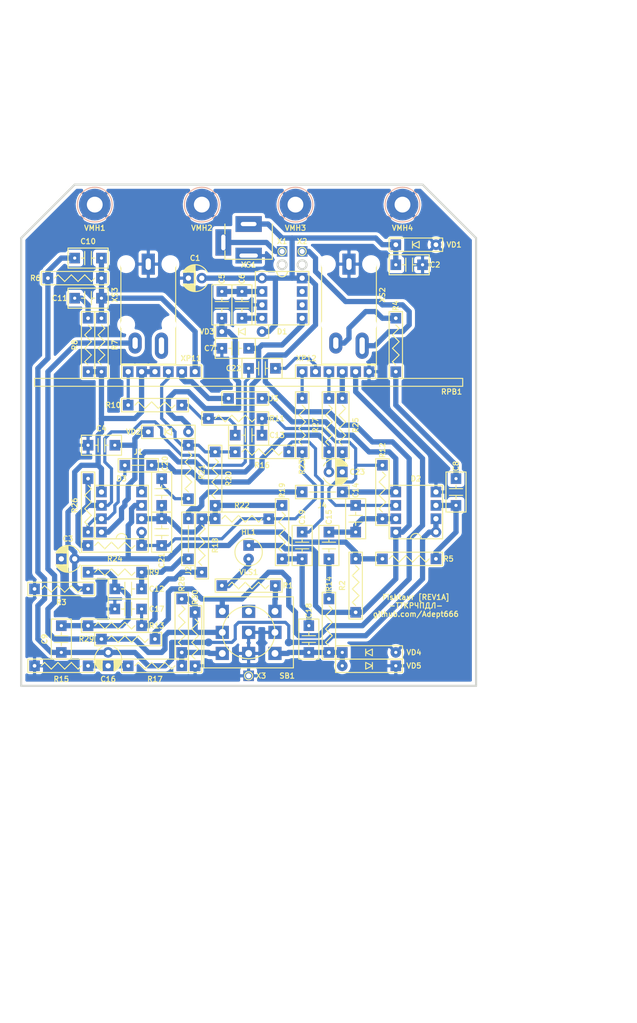
<source format=kicad_pcb>
(kicad_pcb (version 20171130) (host pcbnew 5.1.12-84ad8e8a86~92~ubuntu20.04.1)
  (title_block (title ТКП-1.21.A-3) (date 2025-06-25) (rev 1A) (company "Fishtaur [REV1A] SM LC5-8") (comment 1 http://github.com/Adept666) (comment 2 "Igor Ivanov (Игорь Иванов)") (comment 3 -ТТКРЧПДЛ-) (comment 4 "This project is licensed under GNU General Public License v3.0 or later"))
  (layers (0 F.Cu jumper) (31 B.Cu signal) (37 F.SilkS user) (38 B.Mask user) (44 Edge.Cuts user))
  (net 0 "")
  (net 1 COM)
  (net 2 "Net-(HL1-PadC)")
  (net 3 /LED)
  (net 4 /PP3-POS)
  (net 5 /PP3-NEG)
  (net 6 /BYPASS)
  (net 7 "Net-(SB1-PadNO2)")
  (net 8 /OUT)
  (net 9 /IN)
  (net 10 /J2)
  (net 11 /J1)
  (net 12 VREF)
  (net 13 VA)
  (net 14 /LED-CIR)
  (net 15 VC)
  (net 16 VB)
  (net 17 /EFFECT)
  (net 18 "Net-(XS3-PadR/TN)")
  (net 19 "Net-(D1-Pad6)")
  (net 20 "Net-(D1-Pad7)")
  (net 21 "Net-(R10-Pad2)")
  (net 22 "Net-(R16-Pad1)")
  (net 23 "Net-(R23-Pad2)")
  (net 24 "Net-(C5-Pad1)")
  (net 25 "Net-(C5-Pad2)")
  (net 26 "Net-(C6-Pad2)")
  (net 27 "Net-(C8-Pad1)")
  (net 28 "Net-(C8-Pad2)")
  (net 29 "Net-(C10-Pad1)")
  (net 30 "Net-(C12-Pad1)")
  (net 31 "Net-(C10-Pad2)")
  (net 32 "Net-(C11-Pad2)")
  (net 33 "Net-(C13-Pad1)")
  (net 34 "Net-(C13-Pad2)")
  (net 35 "Net-(C14-Pad2)")
  (net 36 "Net-(C15-Pad2)")
  (net 37 "Net-(C16-Pad-)")
  (net 38 "Net-(C17-Pad1)")
  (net 39 "Net-(C18-Pad2)")
  (net 40 "Net-(C19-Pad2)")
  (net 41 "Net-(C20-Pad1)")
  (net 42 "Net-(C20-Pad2)")
  (net 43 "Net-(C21-Pad2)")
  (net 44 "Net-(C22-Pad1)")
  (net 45 "Net-(C22-Pad2)")
  (net 46 "Net-(C23-Pad-)")
  (net 47 "Net-(R25-Pad2)")
  (net 48 "Net-(R27-Pad1)")
  (module SBEPL:ТКП-6.1.3.B1 (layer F.Cu) (at 105.41 148.59)
    (fp_text reference VE2 hide)
    (fp_text value ТКП-6.1.3.B1.B2.3-1.A2.B1 hide)
  )
  (module SBEPL:ТКП-6.1.1.A1.A1.A (layer F.Cu) (at 105.41 148.59)
    (fp_text reference VE1 hide)
    (fp_text value ТКП-6.1.1.A1.A1.A.1-1 hide)
  )
  (module KCL-TH-SL:CON-PAD-S-1.0-2.0 (layer F.Cu) (at 115.57 105.41)
    (fp_text reference X2 (at 0 -1.905) (layer F.SilkS) (effects (font (thickness 0.2))))
    (fp_text value X)
    (pad 1 thru_hole rect (at 0 0) (size 2 2) (drill 1) (layers B.Cu B.Mask) (net 5 /PP3-NEG))
  )
  (module KCL-TH-SL:CON-PAD-S-1.0-2.0 (layer F.Cu) (at 111.76 105.41)
    (fp_text reference X1 (at 0 -1.905) (layer F.SilkS) (effects (font (thickness 0.2))))
    (fp_text value X)
    (pad 1 thru_hole rect (at 0 0) (size 2 2) (drill 1) (layers B.Cu B.Mask) (net 4 /PP3-POS))
  )
  (module KCL-TH-SL:CON-PAD-S-1.0-2.0 (layer F.Cu) (at 105.41 186.055)
    (fp_text reference X3 (at 1.27 0) (layer F.SilkS) (effects (font (thickness 0.2)) (justify left)))
    (fp_text value COM)
    (pad 1 thru_hole rect (at 0 0) (size 2 2) (drill 1) (layers B.Cu B.Mask) (net 1 COM))
  )
  (module KCL-TH-SL:VMH-STA-DA5-PNL-3.0 (layer F.Cu) (at 134.62 96.52)
    (fp_text reference VMH4 (at 0 4.445) (layer F.SilkS) (effects (font (thickness 0.2))))
    (fp_text value DI5M3x20)
    (pad 0 thru_hole circle (at 0 0) (size 6 6) (drill 3) (layers B.Cu B.Mask) (net 1 COM))
  )
  (module KCL-TH-SL:VMH-STA-DA5-PNL-3.0 (layer F.Cu) (at 114.3 96.52)
    (fp_text reference VMH3 (at 0 4.445) (layer F.SilkS) (effects (font (thickness 0.2))))
    (fp_text value DI5M3x20)
    (pad 0 thru_hole circle (at 0 0) (size 6 6) (drill 3) (layers B.Cu B.Mask) (net 1 COM))
  )
  (module KCL-TH-SL:VMH-STA-DA5-PNL-3.0 (layer F.Cu) (at 96.52 96.52)
    (fp_text reference VMH2 (at 0 4.445) (layer F.SilkS) (effects (font (thickness 0.2))))
    (fp_text value DI5M3x20)
    (pad 0 thru_hole circle (at 0 0) (size 6 6) (drill 3) (layers B.Cu B.Mask) (net 1 COM))
  )
  (module KCL-TH-SL:VMH-STA-DA5-PNL-3.0 (layer F.Cu) (at 76.2 96.52)
    (fp_text reference VMH1 (at 0 4.445) (layer F.SilkS) (effects (font (thickness 0.2))))
    (fp_text value DI5M3x20)
    (pad 0 thru_hole circle (at 0 0) (size 6 6) (drill 3) (layers B.Cu B.Mask) (net 1 COM))
  )
  (module KCL-VIRTUAL:B-PP3-HV (layer F.Cu) (at 105.41 196.85)
    (fp_text reference GB1 hide)
    (fp_text value X hide)
  )
  (module SBKCL-TH-SL:RPB-1590BB-18-3x17-DUAL-SINGLE-SINGLE-1.5-PNL-7.2 (layer F.Cu) (at 105.41 117.04)
    (fp_text reference RPB1 (at 40.64 15.04) (layer F.SilkS) (effects (font (thickness 0.2)) (justify right)))
    (fp_text value B100K-B10K-B10K)
    (fp_text user XP12 (at 8.89 8.69) (layer F.SilkS) (effects (font (thickness 0.2)) (justify left)))
    (fp_text user XP11 (at -8.89 8.69) (layer F.SilkS) (effects (font (thickness 0.2)) (justify right)))
    (pad 13 thru_hole rect (at -22.86 11.23) (size 2 2) (drill 1) (layers B.Cu B.Mask) (net 21 "Net-(R10-Pad2)"))
    (pad 31 thru_hole rect (at 22.86 11.23) (size 2 2) (drill 1) (layers B.Cu B.Mask) (net 1 COM))
    (pad 23 thru_hole rect (at 10.16 11.23) (size 2 2) (drill 1) (layers B.Cu B.Mask) (net 23 "Net-(R23-Pad2)"))
    (pad 22 thru_hole rect (at 12.7 11.23) (size 2 2) (drill 1) (layers B.Cu B.Mask) (net 44 "Net-(C22-Pad1)"))
    (pad 21 thru_hole rect (at 15.24 11.23) (size 2 2) (drill 1) (layers B.Cu B.Mask) (net 48 "Net-(R27-Pad1)"))
    (pad 33 thru_hole rect (at 17.78 11.23) (size 2 2) (drill 1) (layers B.Cu B.Mask) (net 47 "Net-(R25-Pad2)"))
    (pad 32 thru_hole rect (at 20.32 11.23) (size 2 2) (drill 1) (layers B.Cu B.Mask) (net 17 /EFFECT))
    (pad 14 thru_hole rect (at -10.16 11.23) (size 2 2) (drill 1) (layers B.Cu B.Mask) (net 31 "Net-(C10-Pad2)"))
    (pad 12 thru_hole rect (at -17.78 11.23) (size 2 2) (drill 1) (layers B.Cu B.Mask) (net 12 VREF))
    (pad 15 thru_hole rect (at -15.24 11.23) (size 2 2) (drill 1) (layers B.Cu B.Mask) (net 22 "Net-(R16-Pad1)"))
    (pad 16 thru_hole rect (at -20.32 11.23) (size 2 2) (drill 1) (layers B.Cu B.Mask) (net 12 VREF))
    (pad 11 thru_hole rect (at -12.7 11.23) (size 2 2) (drill 1) (layers B.Cu B.Mask) (net 10 /J2))
  )
  (module KCL-TH-SL:LED-ROUND-05.0-UNI-SH-SPACER-PNL-5.2 (layer F.Cu) (at 105.41 162.56 90)
    (fp_text reference HL1 (at 3.81 0 180) (layer F.SilkS) (effects (font (thickness 0.2))))
    (fp_text value FYL-3014UWC)
    (pad C thru_hole circle (at -1.27 0 90) (size 2 2) (drill 0.7) (layers B.Cu B.Mask) (net 2 "Net-(HL1-PadC)"))
    (pad A thru_hole rect (at 1.27 0 90) (size 2 2) (drill 0.7) (layers B.Cu B.Mask) (net 13 VA))
  )
  (module KCL-TH-SL:SW-PBS-24-302SP-2.5-PNL-12.0 (layer F.Cu) (at 105.41 177.8)
    (fp_text reference SB1 (at 8.89 8.255) (layer F.SilkS) (effects (font (thickness 0.2)) (justify right)))
    (fp_text value PBS-24-302SP)
    (pad COM3 thru_hole rect (at 5 0) (size 2.5 2.5) (drill 1.3) (layers B.Cu B.Mask) (net 1 COM))
    (pad NC3 thru_hole rect (at 5 4) (size 2.5 2.5) (drill 1.3) (layers B.Cu B.Mask) (net 14 /LED-CIR))
    (pad NO3 thru_hole rect (at 5 -4) (size 2.5 2.5) (drill 1.3) (layers B.Cu B.Mask) (net 3 /LED))
    (pad COM2 thru_hole rect (at 0 0) (size 2.5 2.5) (drill 1.3) (layers B.Cu B.Mask) (net 1 COM))
    (pad NC2 thru_hole rect (at 0 4) (size 2.5 2.5) (drill 1.3) (layers B.Cu B.Mask) (net 1 COM))
    (pad NO2 thru_hole rect (at 0 -4) (size 2.5 2.5) (drill 1.3) (layers B.Cu B.Mask) (net 7 "Net-(SB1-PadNO2)"))
    (pad NO1 thru_hole rect (at -5 -4) (size 2.5 2.5) (drill 1.3) (layers B.Cu B.Mask) (net 17 /EFFECT))
    (pad COM1 thru_hole rect (at -5 0) (size 2.5 2.5) (drill 1.3) (layers B.Cu B.Mask) (net 8 /OUT))
    (pad NC1 thru_hole rect (at -5 4) (size 2.5 2.5) (drill 1.3) (layers B.Cu B.Mask) (net 6 /BYPASS))
  )
  (module SBKCL-TH-SL:CON-ST-008X-04-OR-ST-008X-05 (layer F.Cu) (at 86.36 100.33 180)
    (fp_text reference XS3 (at 6.35 -13.335 90) (layer F.SilkS) (effects (font (thickness 0.2))))
    (fp_text value ST-008S-05)
    (pad "" np_thru_hole circle (at 4.2 -7.5 180) (size 2.2 2.2) (drill 2.2) (layers *.Cu *.Mask))
    (pad "" np_thru_hole circle (at -4.2 -7.5 180) (size 2.2 2.2) (drill 2.2) (layers *.Cu *.Mask))
    (pad "" np_thru_hole circle (at 4.2 -19 180) (size 2.2 2.2) (drill 2.2) (layers *.Cu *.Mask))
    (pad R/TN thru_hole oval (at -2.5 -23 180) (size 2.5 5) (drill oval 1 3.2) (layers B.Cu B.Mask) (net 18 "Net-(XS3-PadR/TN)"))
    (pad T thru_hole oval (at 2.5 -22.5 180) (size 2.5 4) (drill oval 1 2.2) (layers B.Cu B.Mask) (net 8 /OUT))
    (pad S thru_hole rect (at 0 -7.5 180) (size 2.5 4) (drill oval 1 2.2) (layers B.Cu B.Mask) (net 1 COM))
    (pad "" np_thru_hole circle (at -4.2 -19 180) (size 2.2 2.2) (drill 2.2) (layers *.Cu *.Mask))
  )
  (module SBKCL-TH-SL:CON-ST-008X-04-OR-ST-008X-05 (layer F.Cu) (at 124.46 100.33 180)
    (fp_text reference XS2 (at -6.35 -13.335 90) (layer F.SilkS) (effects (font (thickness 0.2))))
    (fp_text value ST-008S-05)
    (pad "" np_thru_hole circle (at 4.2 -7.5 180) (size 2.2 2.2) (drill 2.2) (layers *.Cu *.Mask))
    (pad "" np_thru_hole circle (at -4.2 -7.5 180) (size 2.2 2.2) (drill 2.2) (layers *.Cu *.Mask))
    (pad "" np_thru_hole circle (at 4.2 -19 180) (size 2.2 2.2) (drill 2.2) (layers *.Cu *.Mask))
    (pad R/TN thru_hole oval (at -2.5 -23 180) (size 2.5 5) (drill oval 1 3.2) (layers B.Cu B.Mask) (net 5 /PP3-NEG))
    (pad T thru_hole oval (at 2.5 -22.5 180) (size 2.5 4) (drill oval 1 2.2) (layers B.Cu B.Mask) (net 9 /IN))
    (pad S thru_hole rect (at 0 -7.5 180) (size 2.5 4) (drill oval 1 2.2) (layers B.Cu B.Mask) (net 1 COM))
    (pad "" np_thru_hole circle (at -4.2 -19 180) (size 2.2 2.2) (drill 2.2) (layers *.Cu *.Mask))
  )
  (module KCL-VIRTUAL:VLS-BR (layer F.Cu) (at 105.41 162.56)
    (fp_text reference VLS1 (at 0 3.81) (layer F.SilkS) (effects (font (thickness 0.2))))
    (fp_text value 2xBR-7.7)
  )
  (module KCL-TH-SL:C-DISK-D04.2-T03.0-P05.08-d0.5 (layer F.Cu) (at 135.89 107.95)
    (fp_text reference C2 (at 3.81 0 180) (layer F.SilkS) (effects (font (thickness 0.2)) (justify left)))
    (fp_text value 104)
    (pad 1 thru_hole rect (at -2.54 0) (size 2 2) (drill 0.6) (layers B.Cu B.Mask) (net 13 VA))
    (pad 2 thru_hole rect (at 2.54 0) (size 2 2) (drill 0.6) (layers B.Cu B.Mask) (net 1 COM))
  )
  (module KCL-TH-SL:CP-RADIAL-D05.0-P02.0-CLS (layer F.Cu) (at 95.25 110.49 180)
    (fp_text reference C1 (at 0 3.81 180) (layer F.SilkS) (effects (font (thickness 0.2))))
    (fp_text value 476)
    (pad + thru_hole circle (at -1.27 0 180) (size 2 2) (drill 1) (layers B.Cu B.Mask) (net 13 VA))
    (pad - thru_hole rect (at 1.27 0 180) (size 2 2) (drill 1) (layers B.Cu B.Mask) (net 1 COM))
  )
  (module KCL-TH-SL:CON-DC-005 (layer F.Cu) (at 105.41 92.71 180)
    (fp_text reference XS1 (at 0 -15.24) (layer F.SilkS) (effects (font (thickness 0.2))))
    (fp_text value DC-005)
    (pad C thru_hole rect (at 0 -13.5 180) (size 5 3) (drill oval 3.5 0.8) (layers B.Cu B.Mask) (net 1 COM))
    (pad SN thru_hole rect (at 4.8 -11 180) (size 3 5) (drill oval 0.8 3) (layers B.Cu B.Mask) (net 4 /PP3-POS))
    (pad S thru_hole rect (at 0 -7.5 180) (size 5 3) (drill oval 3 0.8) (layers B.Cu B.Mask) (net 13 VA))
  )
  (module KCL-TH-SL:R-MFR-25 (layer F.Cu) (at 105.41 168.91 180)
    (fp_text reference R1 (at -6.35 0) (layer F.SilkS) (effects (font (thickness 0.2)) (justify left)))
    (fp_text value 433)
    (pad 1 thru_hole rect (at -5.08 0 180) (size 2 2) (drill 0.7) (layers B.Cu B.Mask) (net 3 /LED))
    (pad 2 thru_hole rect (at 5.08 0 180) (size 2 2) (drill 0.7) (layers B.Cu B.Mask) (net 2 "Net-(HL1-PadC)"))
  )
  (module KCL-TH-SL:R-MFR-25 (layer F.Cu) (at 95.25 179.07 90)
    (fp_text reference R30 (at 6.35 0 90) (layer F.SilkS) (effects (font (thickness 0.2)) (justify left)))
    (fp_text value 104)
    (pad 1 thru_hole rect (at -5.08 0 90) (size 2 2) (drill 0.7) (layers B.Cu B.Mask) (net 1 COM))
    (pad 2 thru_hole rect (at 5.08 0 90) (size 2 2) (drill 0.7) (layers B.Cu B.Mask) (net 8 /OUT))
  )
  (module KCL-TH-SL:P-DIP-08 (layer F.Cu) (at 137.16 154.94 180)
    (fp_text reference D2 (at 0 6.35) (layer F.SilkS) (effects (font (thickness 0.2))))
    (fp_text value 072)
    (pad 1 thru_hole circle (at -3.81 -3.81 180) (size 2 2) (drill 1) (layers B.Cu B.Mask) (net 29 "Net-(C10-Pad1)"))
    (pad 2 thru_hole rect (at -3.81 -1.27 180) (size 2 2) (drill 1) (layers B.Cu B.Mask) (net 29 "Net-(C10-Pad1)"))
    (pad 3 thru_hole rect (at -3.81 1.27 180) (size 2 2) (drill 1) (layers B.Cu B.Mask) (net 28 "Net-(C8-Pad2)"))
    (pad 4 thru_hole rect (at -3.81 3.81 180) (size 2 2) (drill 1) (layers B.Cu B.Mask) (net 1 COM))
    (pad 5 thru_hole rect (at 3.81 3.81 180) (size 2 2) (drill 1) (layers B.Cu B.Mask) (net 10 /J2))
    (pad 6 thru_hole rect (at 3.81 1.27 180) (size 2 2) (drill 1) (layers B.Cu B.Mask) (net 34 "Net-(C13-Pad2)"))
    (pad 7 thru_hole rect (at 3.81 -1.27 180) (size 2 2) (drill 1) (layers B.Cu B.Mask) (net 35 "Net-(C14-Pad2)"))
    (pad 8 thru_hole rect (at 3.81 -3.81 180) (size 2 2) (drill 1) (layers B.Cu B.Mask) (net 13 VA))
  )
  (module KCL-TH-SL:C-DISK-D04.2-T03.0-P05.08-d0.5 (layer F.Cu) (at 144.78 151.13 270)
    (fp_text reference C8 (at -3.81 0 90) (layer F.SilkS) (effects (font (thickness 0.2)) (justify left)))
    (fp_text value 104)
    (pad 1 thru_hole rect (at -2.54 0 270) (size 2 2) (drill 0.6) (layers B.Cu B.Mask) (net 27 "Net-(C8-Pad1)"))
    (pad 2 thru_hole rect (at 2.54 0 270) (size 2 2) (drill 0.6) (layers B.Cu B.Mask) (net 28 "Net-(C8-Pad2)"))
  )
  (module KCL-TH-SL:C-DISK-D04.2-T03.0-P05.08-d0.5 (layer F.Cu) (at 82.55 169.545)
    (fp_text reference C12 (at 3.81 0) (layer F.SilkS) (effects (font (thickness 0.2)) (justify left)))
    (fp_text value 683)
    (pad 1 thru_hole rect (at -2.54 0) (size 2 2) (drill 0.6) (layers B.Cu B.Mask) (net 30 "Net-(C12-Pad1)"))
    (pad 2 thru_hole rect (at 2.54 0) (size 2 2) (drill 0.6) (layers B.Cu B.Mask) (net 10 /J2))
  )
  (module KCL-TH-SL:C-DISK-D04.2-T03.0-P05.08-d0.5 (layer F.Cu) (at 105.41 140.335)
    (fp_text reference C13 (at 3.81 0) (layer F.SilkS) (effects (font (thickness 0.2)) (justify left)))
    (fp_text value 823)
    (pad 1 thru_hole rect (at -2.54 0) (size 2 2) (drill 0.6) (layers B.Cu B.Mask) (net 33 "Net-(C13-Pad1)"))
    (pad 2 thru_hole rect (at 2.54 0) (size 2 2) (drill 0.6) (layers B.Cu B.Mask) (net 34 "Net-(C13-Pad2)"))
  )
  (module KCL-TH-SL:C-DISK-D04.2-T03.0-P05.08-d0.5 (layer F.Cu) (at 125.73 156.21 270)
    (fp_text reference C14 (at -3.81 0 90) (layer F.SilkS) (effects (font (thickness 0.2)) (justify left)))
    (fp_text value 391)
    (pad 1 thru_hole rect (at -2.54 0 270) (size 2 2) (drill 0.6) (layers B.Cu B.Mask) (net 34 "Net-(C13-Pad2)"))
    (pad 2 thru_hole rect (at 2.54 0 270) (size 2 2) (drill 0.6) (layers B.Cu B.Mask) (net 35 "Net-(C14-Pad2)"))
  )
  (module KCL-TH-SL:C-DISK-D04.2-T03.0-P05.08-d0.5 (layer F.Cu) (at 120.65 161.29 270)
    (fp_text reference C15 (at -3.81 0 90) (layer F.SilkS) (effects (font (thickness 0.2)) (justify left)))
    (fp_text value 105)
    (pad 1 thru_hole rect (at -2.54 0 270) (size 2 2) (drill 0.6) (layers B.Cu B.Mask) (net 35 "Net-(C14-Pad2)"))
    (pad 2 thru_hole rect (at 2.54 0 270) (size 2 2) (drill 0.6) (layers B.Cu B.Mask) (net 36 "Net-(C15-Pad2)"))
  )
  (module KCL-TH-SL:C-DISK-D04.2-T03.0-P05.08-d0.5 (layer F.Cu) (at 116.84 179.07 90)
    (fp_text reference C18 (at 3.81 0 90) (layer F.SilkS) (effects (font (thickness 0.2)) (justify left)))
    (fp_text value 105)
    (pad 1 thru_hole rect (at -2.54 0 90) (size 2 2) (drill 0.6) (layers B.Cu B.Mask) (net 14 /LED-CIR))
    (pad 2 thru_hole rect (at 2.54 0 90) (size 2 2) (drill 0.6) (layers B.Cu B.Mask) (net 39 "Net-(C18-Pad2)"))
  )
  (module KCL-TH-SL:C-DISK-D04.2-T03.0-P05.08-d0.5 (layer F.Cu) (at 115.57 161.29 90)
    (fp_text reference C19 (at 3.81 0 90) (layer F.SilkS) (effects (font (thickness 0.2)) (justify left)))
    (fp_text value 222)
    (pad 1 thru_hole rect (at -2.54 0 90) (size 2 2) (drill 0.6) (layers B.Cu B.Mask) (net 39 "Net-(C18-Pad2)"))
    (pad 2 thru_hole rect (at 2.54 0 90) (size 2 2) (drill 0.6) (layers B.Cu B.Mask) (net 40 "Net-(C19-Pad2)"))
  )
  (module KCL-TH-SL:C-DISK-D04.2-T03.0-P05.08-d0.5 (layer F.Cu) (at 88.9 151.13 90)
    (fp_text reference C20 (at 3.81 0.635 90) (layer F.SilkS) (effects (font (thickness 0.2)) (justify left)))
    (fp_text value 223)
    (pad 1 thru_hole rect (at -2.54 0 90) (size 2 2) (drill 0.6) (layers B.Cu B.Mask) (net 41 "Net-(C20-Pad1)"))
    (pad 2 thru_hole rect (at 2.54 0 90) (size 2 2) (drill 0.6) (layers B.Cu B.Mask) (net 42 "Net-(C20-Pad2)"))
  )
  (module KCL-TH-SL:C-DISK-D04.2-T03.0-P05.08-d0.5 (layer F.Cu) (at 88.9 158.75 270)
    (fp_text reference C21 (at 3.81 0 90) (layer F.SilkS) (effects (font (thickness 0.2)) (justify right)))
    (fp_text value 821)
    (pad 1 thru_hole rect (at -2.54 0 270) (size 2 2) (drill 0.6) (layers B.Cu B.Mask) (net 41 "Net-(C20-Pad1)"))
    (pad 2 thru_hole rect (at 2.54 0 270) (size 2 2) (drill 0.6) (layers B.Cu B.Mask) (net 43 "Net-(C21-Pad2)"))
  )
  (module KCL-TH-SL:C-DISK-D04.2-T03.0-P05.08-d0.5 (layer F.Cu) (at 82.55 173.355 180)
    (fp_text reference C17 (at -3.81 0) (layer F.SilkS) (effects (font (thickness 0.2)) (justify left)))
    (fp_text value 105)
    (pad 1 thru_hole rect (at -2.54 0 180) (size 2 2) (drill 0.6) (layers B.Cu B.Mask) (net 38 "Net-(C17-Pad1)"))
    (pad 2 thru_hole rect (at 2.54 0 180) (size 2 2) (drill 0.6) (layers B.Cu B.Mask) (net 1 COM))
  )
  (module KCL-TH-SL:R-MFR-25 (layer F.Cu) (at 133.35 123.19 270)
    (fp_text reference R4 (at -6.35 0 90) (layer F.SilkS) (effects (font (thickness 0.2)) (justify left)))
    (fp_text value 103)
    (pad 1 thru_hole rect (at -5.08 0 270) (size 2 2) (drill 0.7) (layers B.Cu B.Mask) (net 9 /IN))
    (pad 2 thru_hole rect (at 5.08 0 270) (size 2 2) (drill 0.7) (layers B.Cu B.Mask) (net 27 "Net-(C8-Pad1)"))
  )
  (module KCL-TH-SL:R-MFR-25 (layer F.Cu) (at 135.89 163.83)
    (fp_text reference R5 (at 6.35 0) (layer F.SilkS) (effects (font (thickness 0.2)) (justify left)))
    (fp_text value 105)
    (pad 1 thru_hole rect (at -5.08 0) (size 2 2) (drill 0.7) (layers B.Cu B.Mask) (net 12 VREF))
    (pad 2 thru_hole rect (at 5.08 0) (size 2 2) (drill 0.7) (layers B.Cu B.Mask) (net 28 "Net-(C8-Pad2)"))
  )
  (module KCL-TH-SL:R-MFR-25 (layer F.Cu) (at 80.01 176.53)
    (fp_text reference R13 (at 6.35 0) (layer F.SilkS) (effects (font (thickness 0.2)) (justify left)))
    (fp_text value 152)
    (pad 1 thru_hole rect (at -5.08 0) (size 2 2) (drill 0.7) (layers B.Cu B.Mask) (net 30 "Net-(C12-Pad1)"))
    (pad 2 thru_hole rect (at 5.08 0) (size 2 2) (drill 0.7) (layers B.Cu B.Mask) (net 38 "Net-(C17-Pad1)"))
  )
  (module KCL-TH-SL:R-MFR-25 (layer F.Cu) (at 87.63 134.62 180)
    (fp_text reference R10 (at 6.35 0) (layer F.SilkS) (effects (font (thickness 0.2)) (justify right)))
    (fp_text value 202)
    (pad 1 thru_hole rect (at -5.08 0 180) (size 2 2) (drill 0.7) (layers B.Cu B.Mask) (net 33 "Net-(C13-Pad1)"))
    (pad 2 thru_hole rect (at 5.08 0 180) (size 2 2) (drill 0.7) (layers B.Cu B.Mask) (net 21 "Net-(R10-Pad2)"))
  )
  (module KCL-TH-SL:R-MFR-25 (layer F.Cu) (at 102.87 137.16)
    (fp_text reference R11 (at 6.35 0) (layer F.SilkS) (effects (font (thickness 0.2)) (justify left)))
    (fp_text value 153)
    (pad 1 thru_hole rect (at -5.08 0) (size 2 2) (drill 0.7) (layers B.Cu B.Mask) (net 33 "Net-(C13-Pad1)"))
    (pad 2 thru_hole rect (at 5.08 0) (size 2 2) (drill 0.7) (layers B.Cu B.Mask) (net 34 "Net-(C13-Pad2)"))
  )
  (module KCL-TH-SL:R-MFR-25 (layer F.Cu) (at 130.81 151.13 270)
    (fp_text reference R12 (at -6.35 0 90) (layer F.SilkS) (effects (font (thickness 0.2)) (justify left)))
    (fp_text value 434)
    (pad 1 thru_hole rect (at -5.08 0 270) (size 2 2) (drill 0.7) (layers B.Cu B.Mask) (net 34 "Net-(C13-Pad2)"))
    (pad 2 thru_hole rect (at 5.08 0 270) (size 2 2) (drill 0.7) (layers B.Cu B.Mask) (net 35 "Net-(C14-Pad2)"))
  )
  (module KCL-TH-SL:R-MFR-25 (layer F.Cu) (at 120.65 176.53 270)
    (fp_text reference R14 (at -6.35 0 90) (layer F.SilkS) (effects (font (thickness 0.2)) (justify left)))
    (fp_text value 102)
    (pad 1 thru_hole rect (at -5.08 0 270) (size 2 2) (drill 0.7) (layers B.Cu B.Mask) (net 36 "Net-(C15-Pad2)"))
    (pad 2 thru_hole rect (at 5.08 0 270) (size 2 2) (drill 0.7) (layers B.Cu B.Mask) (net 14 /LED-CIR))
  )
  (module KCL-TH-SL:R-MFR-25 (layer F.Cu) (at 107.95 143.51)
    (fp_text reference R16 (at 0 2.54) (layer F.SilkS) (effects (font (thickness 0.2))))
    (fp_text value 223)
    (pad 1 thru_hole rect (at -5.08 0) (size 2 2) (drill 0.7) (layers B.Cu B.Mask) (net 22 "Net-(R16-Pad1)"))
    (pad 2 thru_hole rect (at 5.08 0) (size 2 2) (drill 0.7) (layers B.Cu B.Mask) (net 40 "Net-(C19-Pad2)"))
  )
  (module KCL-TH-SL:R-MFR-25 (layer F.Cu) (at 111.76 158.75 90)
    (fp_text reference R19 (at 6.35 0 90) (layer F.SilkS) (effects (font (thickness 0.2)) (justify left)))
    (fp_text value 473)
    (pad 1 thru_hole rect (at -5.08 0 90) (size 2 2) (drill 0.7) (layers B.Cu B.Mask) (net 39 "Net-(C18-Pad2)"))
    (pad 2 thru_hole rect (at 5.08 0 90) (size 2 2) (drill 0.7) (layers B.Cu B.Mask) (net 41 "Net-(C20-Pad1)"))
  )
  (module KCL-TH-SL:R-MFR-25 (layer F.Cu) (at 99.06 148.59 270)
    (fp_text reference R20 (at 0 -2.54 90) (layer F.SilkS) (effects (font (thickness 0.2))))
    (fp_text value 273)
    (pad 1 thru_hole rect (at -5.08 0 270) (size 2 2) (drill 0.7) (layers B.Cu B.Mask) (net 22 "Net-(R16-Pad1)"))
    (pad 2 thru_hole rect (at 5.08 0 270) (size 2 2) (drill 0.7) (layers B.Cu B.Mask) (net 41 "Net-(C20-Pad1)"))
  )
  (module KCL-TH-SL:R-MFR-25 (layer F.Cu) (at 93.98 147.32 270)
    (fp_text reference R21 (at 0 -2.54 90) (layer F.SilkS) (effects (font (thickness 0.2))))
    (fp_text value 123)
    (pad 1 thru_hole rect (at -5.08 0 270) (size 2 2) (drill 0.7) (layers B.Cu B.Mask) (net 22 "Net-(R16-Pad1)"))
    (pad 2 thru_hole rect (at 5.08 0 270) (size 2 2) (drill 0.7) (layers B.Cu B.Mask) (net 42 "Net-(C20-Pad2)"))
  )
  (module KCL-TH-SL:R-MFR-25 (layer F.Cu) (at 96.52 161.29 90)
    (fp_text reference R18 (at 0 2.54 90) (layer F.SilkS) (effects (font (thickness 0.2))))
    (fp_text value 153)
    (pad 1 thru_hole rect (at -5.08 0 90) (size 2 2) (drill 0.7) (layers B.Cu B.Mask) (net 38 "Net-(C17-Pad1)"))
    (pad 2 thru_hole rect (at 5.08 0 90) (size 2 2) (drill 0.7) (layers B.Cu B.Mask) (net 41 "Net-(C20-Pad1)"))
  )
  (module KCL-TH-SL:R-MFR-25 (layer F.Cu) (at 104.14 156.21)
    (fp_text reference R22 (at 0 -2.54) (layer F.SilkS) (effects (font (thickness 0.2))))
    (fp_text value 394)
    (pad 1 thru_hole rect (at -5.08 0) (size 2 2) (drill 0.7) (layers B.Cu B.Mask) (net 41 "Net-(C20-Pad1)"))
    (pad 2 thru_hole rect (at 5.08 0) (size 2 2) (drill 0.7) (layers B.Cu B.Mask) (net 43 "Net-(C21-Pad2)"))
  )
  (module KCL-TH-SL:P-DO-7 (layer F.Cu) (at 128.27 181.61 180)
    (fp_text reference VD4 (at -6.985 0) (layer F.SilkS) (effects (font (thickness 0.2)) (justify left)))
    (fp_text value Д9Б)
    (pad A thru_hole circle (at -5.08 0 180) (size 2 2) (drill 0.6) (layers B.Cu B.Mask) (net 1 COM))
    (pad C thru_hole rect (at 5.08 0 180) (size 2 2) (drill 0.6) (layers B.Cu B.Mask) (net 14 /LED-CIR))
  )
  (module KCL-TH-SL:P-DO-7 (layer F.Cu) (at 128.27 184.15)
    (fp_text reference VD5 (at 6.985 0) (layer F.SilkS) (effects (font (thickness 0.2)) (justify left)))
    (fp_text value Д9Б)
    (pad A thru_hole circle (at -5.08 0) (size 2 2) (drill 0.6) (layers B.Cu B.Mask) (net 14 /LED-CIR))
    (pad C thru_hole rect (at 5.08 0) (size 2 2) (drill 0.6) (layers B.Cu B.Mask) (net 1 COM))
  )
  (module KCL-TH-SL:C-DISK-D04.2-T03.0-P05.08-d0.5 (layer F.Cu) (at 69.85 179.07 90)
    (fp_text reference C9 (at 0 -3.175 90) (layer F.SilkS) (effects (font (thickness 0.2))))
    (fp_text value 104)
    (pad 1 thru_hole rect (at -2.54 0 90) (size 2 2) (drill 0.6) (layers B.Cu B.Mask) (net 29 "Net-(C10-Pad1)"))
    (pad 2 thru_hole rect (at 2.54 0 90) (size 2 2) (drill 0.6) (layers B.Cu B.Mask) (net 30 "Net-(C12-Pad1)"))
  )
  (module KCL-TH-SL:C-DISK-D04.2-T03.0-P05.08-d0.5 (layer F.Cu) (at 74.93 106.68)
    (fp_text reference C10 (at 0 -3.175) (layer F.SilkS) (effects (font (thickness 0.2))))
    (fp_text value 683)
    (pad 1 thru_hole rect (at -2.54 0) (size 2 2) (drill 0.6) (layers B.Cu B.Mask) (net 29 "Net-(C10-Pad1)"))
    (pad 2 thru_hole rect (at 2.54 0) (size 2 2) (drill 0.6) (layers B.Cu B.Mask) (net 31 "Net-(C10-Pad2)"))
  )
  (module KCL-TH-SL:C-DISK-D04.2-T03.0-P05.08-d0.5 (layer F.Cu) (at 74.93 114.3 180)
    (fp_text reference C11 (at 3.81 0) (layer F.SilkS) (effects (font (thickness 0.2)) (justify right)))
    (fp_text value 334)
    (pad 1 thru_hole rect (at -2.54 0 180) (size 2 2) (drill 0.6) (layers B.Cu B.Mask) (net 31 "Net-(C10-Pad2)"))
    (pad 2 thru_hole rect (at 2.54 0 180) (size 2 2) (drill 0.6) (layers B.Cu B.Mask) (net 32 "Net-(C11-Pad2)"))
  )
  (module KCL-TH-SL:CP-RADIAL-D05.0-P02.0-CLS (layer F.Cu) (at 78.74 182.88 270)
    (fp_text reference C16 (at 3.81 0) (layer F.SilkS) (effects (font (thickness 0.2))))
    (fp_text value 475)
    (pad + thru_hole circle (at -1.27 0 270) (size 2 2) (drill 1) (layers B.Cu B.Mask) (net 29 "Net-(C10-Pad1)"))
    (pad - thru_hole rect (at 1.27 0 270) (size 2 2) (drill 1) (layers B.Cu B.Mask) (net 37 "Net-(C16-Pad-)"))
  )
  (module KCL-TH-SL:R-MFR-25 (layer F.Cu) (at 69.85 184.15)
    (fp_text reference R15 (at 0 2.54) (layer F.SilkS) (effects (font (thickness 0.2))))
    (fp_text value 104)
    (pad 1 thru_hole rect (at -5.08 0) (size 2 2) (drill 0.7) (layers B.Cu B.Mask) (net 1 COM))
    (pad 2 thru_hole rect (at 5.08 0) (size 2 2) (drill 0.7) (layers B.Cu B.Mask) (net 37 "Net-(C16-Pad-)"))
  )
  (module KCL-TH-SL:R-MFR-25 (layer F.Cu) (at 87.63 184.15)
    (fp_text reference R17 (at 0 2.54) (layer F.SilkS) (effects (font (thickness 0.2))))
    (fp_text value 561)
    (pad 1 thru_hole rect (at -5.08 0) (size 2 2) (drill 0.7) (layers B.Cu B.Mask) (net 37 "Net-(C16-Pad-)"))
    (pad 2 thru_hole rect (at 5.08 0) (size 2 2) (drill 0.7) (layers B.Cu B.Mask) (net 6 /BYPASS))
  )
  (module KCL-TH-SL:R-MFR-25 (layer F.Cu) (at 72.39 110.49 180)
    (fp_text reference R6 (at 6.35 0) (layer F.SilkS) (effects (font (thickness 0.2)) (justify right)))
    (fp_text value 512)
    (pad 1 thru_hole rect (at -5.08 0 180) (size 2 2) (drill 0.7) (layers B.Cu B.Mask) (net 31 "Net-(C10-Pad2)"))
    (pad 2 thru_hole rect (at 5.08 0 180) (size 2 2) (drill 0.7) (layers B.Cu B.Mask) (net 29 "Net-(C10-Pad1)"))
  )
  (module KCL-TH-SL:R-MFR-25 (layer F.Cu) (at 77.47 123.19 90)
    (fp_text reference R7 (at 0 2.54 90) (layer F.SilkS) (effects (font (thickness 0.2))))
    (fp_text value 152)
    (pad 1 thru_hole rect (at -5.08 0 90) (size 2 2) (drill 0.7) (layers B.Cu B.Mask) (net 12 VREF))
    (pad 2 thru_hole rect (at 5.08 0 90) (size 2 2) (drill 0.7) (layers B.Cu B.Mask) (net 31 "Net-(C10-Pad2)"))
  )
  (module KCL-TH-SL:R-MFR-25 (layer F.Cu) (at 74.93 123.19 90)
    (fp_text reference R8 (at 0 -2.54 90) (layer F.SilkS) (effects (font (thickness 0.2))))
    (fp_text value 102)
    (pad 1 thru_hole rect (at -5.08 0 90) (size 2 2) (drill 0.7) (layers B.Cu B.Mask) (net 12 VREF))
    (pad 2 thru_hole rect (at 5.08 0 90) (size 2 2) (drill 0.7) (layers B.Cu B.Mask) (net 32 "Net-(C11-Pad2)"))
  )
  (module KCL-TH-SL:R-MFR-25 (layer F.Cu) (at 115.57 138.43 90)
    (fp_text reference R23 (at -6.35 0 90) (layer F.SilkS) (effects (font (thickness 0.2)) (justify right)))
    (fp_text value 182)
    (pad 1 thru_hole rect (at -5.08 0 90) (size 2 2) (drill 0.7) (layers B.Cu B.Mask) (net 43 "Net-(C21-Pad2)"))
    (pad 2 thru_hole rect (at 5.08 0 90) (size 2 2) (drill 0.7) (layers B.Cu B.Mask) (net 23 "Net-(R23-Pad2)"))
  )
  (module KCL-TH-SL:R-MFR-25 (layer F.Cu) (at 80.01 161.29 180)
    (fp_text reference R24 (at 0 -2.54) (layer F.SilkS) (effects (font (thickness 0.2))))
    (fp_text value 104)
    (pad 1 thru_hole rect (at -5.08 0 180) (size 2 2) (drill 0.7) (layers B.Cu B.Mask) (net 43 "Net-(C21-Pad2)"))
    (pad 2 thru_hole rect (at 5.08 0 180) (size 2 2) (drill 0.7) (layers B.Cu B.Mask) (net 45 "Net-(C22-Pad2)"))
  )
  (module KCL-TH-SL:C-DISK-D04.2-T03.0-P05.08-d0.5 (layer F.Cu) (at 107.95 127.635 180)
    (fp_text reference C22 (at 3.81 0) (layer F.SilkS) (effects (font (thickness 0.2)) (justify right)))
    (fp_text value 392)
    (pad 1 thru_hole rect (at -2.54 0 180) (size 2 2) (drill 0.6) (layers B.Cu B.Mask) (net 44 "Net-(C22-Pad1)"))
    (pad 2 thru_hole rect (at 2.54 0 180) (size 2 2) (drill 0.6) (layers B.Cu B.Mask) (net 45 "Net-(C22-Pad2)"))
  )
  (module KCL-TH-SL:CP-RADIAL-D05.0-P02.0-CLS (layer F.Cu) (at 121.92 147.32)
    (fp_text reference C23 (at 2.54 0) (layer F.SilkS) (effects (font (thickness 0.2)) (justify left)))
    (fp_text value 475)
    (pad + thru_hole circle (at -1.27 0) (size 2 2) (drill 1) (layers B.Cu B.Mask) (net 11 /J1))
    (pad - thru_hole rect (at 1.27 0) (size 2 2) (drill 1) (layers B.Cu B.Mask) (net 46 "Net-(C23-Pad-)"))
  )
  (module KCL-TH-SL:R-MFR-25 (layer F.Cu) (at 123.19 138.43 90)
    (fp_text reference R25 (at 0 2.54 90) (layer F.SilkS) (effects (font (thickness 0.2))))
    (fp_text value 561)
    (pad 2 thru_hole rect (at 5.08 0 90) (size 2 2) (drill 0.7) (layers B.Cu B.Mask) (net 47 "Net-(R25-Pad2)"))
    (pad 1 thru_hole rect (at -5.08 0 90) (size 2 2) (drill 0.7) (layers B.Cu B.Mask) (net 46 "Net-(C23-Pad-)"))
  )
  (module KCL-TH-SL:R-MFR-25 (layer F.Cu) (at 120.65 138.43 270)
    (fp_text reference R27 (at 0 2.54 270) (layer F.SilkS) (effects (font (thickness 0.2))))
    (fp_text value 472)
    (pad 1 thru_hole rect (at -5.08 0 270) (size 2 2) (drill 0.7) (layers B.Cu B.Mask) (net 48 "Net-(R27-Pad1)"))
    (pad 2 thru_hole rect (at 5.08 0 270) (size 2 2) (drill 0.7) (layers B.Cu B.Mask) (net 11 /J1))
  )
  (module KCL-TH-SL:P-DIP-08 (layer F.Cu) (at 111.76 114.3)
    (fp_text reference D1 (at 0 6.35) (layer F.SilkS) (effects (font (thickness 0.2))))
    (fp_text value 7660S)
    (pad 1 thru_hole circle (at -3.81 -3.81) (size 2 2) (drill 1) (layers B.Cu B.Mask) (net 13 VA))
    (pad 2 thru_hole rect (at -3.81 -1.27) (size 2 2) (drill 1) (layers B.Cu B.Mask) (net 25 "Net-(C5-Pad2)"))
    (pad 3 thru_hole rect (at -3.81 1.27) (size 2 2) (drill 1) (layers B.Cu B.Mask) (net 1 COM))
    (pad 4 thru_hole rect (at -3.81 3.81) (size 2 2) (drill 1) (layers B.Cu B.Mask) (net 26 "Net-(C6-Pad2)"))
    (pad 5 thru_hole rect (at 3.81 3.81) (size 2 2) (drill 1) (layers B.Cu B.Mask) (net 15 VC))
    (pad 6 thru_hole rect (at 3.81 1.27) (size 2 2) (drill 1) (layers B.Cu B.Mask) (net 19 "Net-(D1-Pad6)"))
    (pad 7 thru_hole rect (at 3.81 -1.27) (size 2 2) (drill 1) (layers B.Cu B.Mask) (net 20 "Net-(D1-Pad7)"))
    (pad 8 thru_hole rect (at 3.81 -3.81) (size 2 2) (drill 1) (layers B.Cu B.Mask) (net 13 VA))
  )
  (module KCL-TH-SL:R-MFR-25 (layer F.Cu) (at 92.71 176.53 90)
    (fp_text reference R28 (at 6.35 0 90) (layer F.SilkS) (effects (font (thickness 0.2)) (justify left)))
    (fp_text value 683)
    (pad 1 thru_hole rect (at -5.08 0 90) (size 2 2) (drill 0.7) (layers B.Cu B.Mask) (net 6 /BYPASS))
    (pad 2 thru_hole rect (at 5.08 0 90) (size 2 2) (drill 0.7) (layers B.Cu B.Mask) (net 8 /OUT))
  )
  (module KCL-TH-SL:R-MFR-25 (layer F.Cu) (at 82.55 179.07 180)
    (fp_text reference R29 (at 6.35 0) (layer F.SilkS) (effects (font (thickness 0.2)) (justify right)))
    (fp_text value 683)
    (pad 1 thru_hole rect (at -5.08 0 180) (size 2 2) (drill 0.7) (layers B.Cu B.Mask) (net 17 /EFFECT))
    (pad 2 thru_hole rect (at 5.08 0 180) (size 2 2) (drill 0.7) (layers B.Cu B.Mask) (net 8 /OUT))
  )
  (module KCL-TH-SL:CP-RADIAL-D05.0-P02.0-CLS (layer F.Cu) (at 71.12 163.83 180)
    (fp_text reference C3 (at 0 3.81) (layer F.SilkS) (effects (font (thickness 0.2))))
    (fp_text value 476)
    (pad + thru_hole circle (at -1.27 0 180) (size 2 2) (drill 1) (layers B.Cu B.Mask) (net 12 VREF))
    (pad - thru_hole rect (at 1.27 0 180) (size 2 2) (drill 1) (layers B.Cu B.Mask) (net 1 COM))
  )
  (module KCL-TH-SL:C-DISK-D04.2-T03.0-P05.08-d0.5 (layer F.Cu) (at 102.87 123.825)
    (fp_text reference C7 (at -3.81 0) (layer F.SilkS) (effects (font (thickness 0.2)) (justify right)))
    (fp_text value 105)
    (pad 1 thru_hole rect (at -2.54 0) (size 2 2) (drill 0.6) (layers B.Cu B.Mask) (net 1 COM))
    (pad 2 thru_hole rect (at 2.54 0) (size 2 2) (drill 0.6) (layers B.Cu B.Mask) (net 15 VC))
  )
  (module KCL-TH-SL:C-DISK-D04.2-T03.0-P05.08-d0.5 (layer F.Cu) (at 100.33 115.57 90)
    (fp_text reference C5 (at 3.81 0 90) (layer F.SilkS) (effects (font (thickness 0.2)) (justify left)))
    (fp_text value 105)
    (pad 1 thru_hole rect (at -2.54 0 90) (size 2 2) (drill 0.6) (layers B.Cu B.Mask) (net 24 "Net-(C5-Pad1)"))
    (pad 2 thru_hole rect (at 2.54 0 90) (size 2 2) (drill 0.6) (layers B.Cu B.Mask) (net 25 "Net-(C5-Pad2)"))
  )
  (module KCL-TH-SL:C-DISK-D04.2-T03.0-P05.08-d0.5 (layer F.Cu) (at 77.47 142.24 180)
    (fp_text reference C4 (at 0 3.175) (layer F.SilkS) (effects (font (thickness 0.2))))
    (fp_text value 105)
    (pad 1 thru_hole rect (at -2.54 0 180) (size 2 2) (drill 0.6) (layers B.Cu B.Mask) (net 16 VB))
    (pad 2 thru_hole rect (at 2.54 0 180) (size 2 2) (drill 0.6) (layers B.Cu B.Mask) (net 1 COM))
  )
  (module KCL-TH-SL:C-DISK-D04.2-T03.0-P05.08-d0.5 (layer F.Cu) (at 104.14 115.57 270)
    (fp_text reference C6 (at -3.81 0 90) (layer F.SilkS) (effects (font (thickness 0.2)) (justify left)))
    (fp_text value 105)
    (pad 1 thru_hole rect (at -2.54 0 270) (size 2 2) (drill 0.6) (layers B.Cu B.Mask) (net 25 "Net-(C5-Pad2)"))
    (pad 2 thru_hole rect (at 2.54 0 270) (size 2 2) (drill 0.6) (layers B.Cu B.Mask) (net 26 "Net-(C6-Pad2)"))
  )
  (module KCL-TH-SL:R-MFR-25 (layer F.Cu) (at 125.73 168.91 270)
    (fp_text reference R2 (at 0 2.54 90) (layer F.SilkS) (effects (font (thickness 0.2))))
    (fp_text value 273)
    (pad 1 thru_hole rect (at -5.08 0 270) (size 2 2) (drill 0.7) (layers B.Cu B.Mask) (net 12 VREF))
    (pad 2 thru_hole rect (at 5.08 0 270) (size 2 2) (drill 0.7) (layers B.Cu B.Mask) (net 13 VA))
  )
  (module KCL-TH-SL:R-MFR-25 (layer F.Cu) (at 69.85 169.545)
    (fp_text reference R3 (at 0 2.54) (layer F.SilkS) (effects (font (thickness 0.2))))
    (fp_text value 273)
    (pad 1 thru_hole rect (at -5.08 0) (size 2 2) (drill 0.7) (layers B.Cu B.Mask) (net 1 COM))
    (pad 2 thru_hole rect (at 5.08 0) (size 2 2) (drill 0.7) (layers B.Cu B.Mask) (net 12 VREF))
  )
  (module KCL-TH-SL:P-DO-41 (layer F.Cu) (at 137.16 104.14 180)
    (fp_text reference VD1 (at -5.715 0) (layer F.SilkS) (effects (font (thickness 0.2)) (justify left)))
    (fp_text value 4742A)
    (pad A thru_hole circle (at -3.81 0 180) (size 2 2) (drill 0.9) (layers B.Cu B.Mask) (net 1 COM))
    (pad C thru_hole rect (at 3.81 0 180) (size 2 2) (drill 0.9) (layers B.Cu B.Mask) (net 13 VA))
  )
  (module KCL-TH-SL:P-DO-41 (layer F.Cu) (at 104.14 120.65 180)
    (fp_text reference VD3 (at 5.08 0) (layer F.SilkS) (effects (font (thickness 0.2)) (justify right)))
    (fp_text value 4001)
    (pad A thru_hole circle (at -3.81 0 180) (size 2 2) (drill 0.9) (layers B.Cu B.Mask) (net 13 VA))
    (pad C thru_hole rect (at 3.81 0 180) (size 2 2) (drill 0.9) (layers B.Cu B.Mask) (net 24 "Net-(C5-Pad1)"))
  )
  (module KCL-TH-SL:P-DO-41 (layer F.Cu) (at 90.17 139.7 180)
    (fp_text reference VD2 (at 5.08 0) (layer F.SilkS) (effects (font (thickness 0.2)) (justify right)))
    (fp_text value 4001)
    (pad A thru_hole circle (at -3.81 0 180) (size 2 2) (drill 0.9) (layers B.Cu B.Mask) (net 24 "Net-(C5-Pad1)"))
    (pad C thru_hole rect (at 3.81 0 180) (size 2 2) (drill 0.9) (layers B.Cu B.Mask) (net 16 VB))
  )
  (module KCL-TH-SL:R-MFR-25 (layer F.Cu) (at 80.01 166.37)
    (fp_text reference R9 (at 6.35 0 180) (layer F.SilkS) (effects (font (thickness 0.2)) (justify left)))
    (fp_text value 103)
    (pad 1 thru_hole rect (at -5.08 0) (size 2 2) (drill 0.7) (layers B.Cu B.Mask) (net 30 "Net-(C12-Pad1)"))
    (pad 2 thru_hole rect (at 5.08 0) (size 2 2) (drill 0.7) (layers B.Cu B.Mask) (net 10 /J2))
  )
  (module KCL-TH-SL:J-TH-d0.6-P06.35 (layer F.Cu) (at 104.775 133.35)
    (fp_text reference J3 (at 4.445 0) (layer F.SilkS) (effects (font (thickness 0.2)) (justify left)))
    (fp_text value 0.6)
    (pad J thru_hole rect (at -3.175 0) (size 2 2) (drill 0.7) (layers B.Cu B.Mask) (net 10 /J2))
    (pad J thru_hole rect (at 3.175 0) (size 2 2) (drill 0.7) (layers B.Cu B.Mask) (net 10 /J2))
  )
  (module KCL-TH-SL:R-MFR-25 (layer F.Cu) (at 74.93 153.67 270)
    (fp_text reference R26 (at 0 2.54 90) (layer F.SilkS) (effects (font (thickness 0.2))))
    (fp_text value 104)
    (pad 1 thru_hole rect (at -5.08 0 270) (size 2 2) (drill 0.7) (layers B.Cu B.Mask) (net 45 "Net-(C22-Pad2)"))
    (pad 2 thru_hole rect (at 5.08 0 270) (size 2 2) (drill 0.7) (layers B.Cu B.Mask) (net 11 /J1))
  )
  (module KCL-TH-SL:J-TH-d0.6-P05.08 (layer F.Cu) (at 84.455 146.05)
    (fp_text reference J1 (at 0 -2.54) (layer F.SilkS) (effects (font (thickness 0.2))))
    (fp_text value 0.6)
    (pad J thru_hole rect (at -2.54 0) (size 2 2) (drill 0.7) (layers B.Cu B.Mask) (net 11 /J1))
    (pad J thru_hole rect (at 2.54 0) (size 2 2) (drill 0.7) (layers B.Cu B.Mask) (net 11 /J1))
  )
  (module KCL-TH-SL:J-TH-d0.6-P07.62 (layer F.Cu) (at 93.98 160.02 90)
    (fp_text reference J2 (at -5.08 0 270) (layer F.SilkS) (effects (font (thickness 0.2)) (justify right)))
    (fp_text value 0.6)
    (pad J thru_hole rect (at -3.81 0 90) (size 2 2) (drill 0.7) (layers B.Cu B.Mask) (net 10 /J2))
    (pad J thru_hole rect (at 3.81 0 90) (size 2 2) (drill 0.7) (layers B.Cu B.Mask) (net 10 /J2))
  )
  (module KCL-TH-SL:J-TH-d0.6-P07.62 (layer F.Cu) (at 119.38 151.13)
    (fp_text reference J4 (at 0 2.54) (layer F.SilkS) (effects (font (thickness 0.2))))
    (fp_text value 0.6)
    (pad J thru_hole rect (at -3.81 0) (size 2 2) (drill 0.7) (layers B.Cu B.Mask) (net 10 /J2))
    (pad J thru_hole rect (at 3.81 0) (size 2 2) (drill 0.7) (layers B.Cu B.Mask) (net 10 /J2))
  )
  (module KCL-TH-SL:P-DIP-08 (layer F.Cu) (at 81.28 154.94 180)
    (fp_text reference D3 (at 0 6.35) (layer F.SilkS) (effects (font (thickness 0.2))))
    (fp_text value 072)
    (pad 1 thru_hole circle (at -3.81 -3.81 180) (size 2 2) (drill 1) (layers B.Cu B.Mask) (net 43 "Net-(C21-Pad2)"))
    (pad 2 thru_hole rect (at -3.81 -1.27 180) (size 2 2) (drill 1) (layers B.Cu B.Mask) (net 41 "Net-(C20-Pad1)"))
    (pad 3 thru_hole rect (at -3.81 1.27 180) (size 2 2) (drill 1) (layers B.Cu B.Mask) (net 12 VREF))
    (pad 4 thru_hole rect (at -3.81 3.81 180) (size 2 2) (drill 1) (layers B.Cu B.Mask) (net 15 VC))
    (pad 5 thru_hole rect (at 3.81 3.81 180) (size 2 2) (drill 1) (layers B.Cu B.Mask) (net 12 VREF))
    (pad 6 thru_hole rect (at 3.81 1.27 180) (size 2 2) (drill 1) (layers B.Cu B.Mask) (net 45 "Net-(C22-Pad2)"))
    (pad 7 thru_hole rect (at 3.81 -1.27 180) (size 2 2) (drill 1) (layers B.Cu B.Mask) (net 11 /J1))
    (pad 8 thru_hole rect (at 3.81 -3.81 180) (size 2 2) (drill 1) (layers B.Cu B.Mask) (net 16 VB))
  )
  (gr_line (start 138.43 92.71) (end 148.59 102.87) (layer Edge.Cuts) (width 0.4))
  (gr_line (start 62.23 102.87) (end 72.39 92.71) (layer Edge.Cuts) (width 0.4))
  (gr_line (start 148.59 102.87) (end 148.59 187.96) (layer Edge.Cuts) (width 0.4))
  (gr_line (start 62.23 102.87) (end 62.23 187.96) (layer Edge.Cuts) (width 0.4))
  (gr_circle (center 115.57 107.95) (end 116.42 107.95) (layer Edge.Cuts) (width 0.4))
  (gr_circle (center 111.76 107.95) (end 112.61 107.95) (layer Edge.Cuts) (width 0.4))
  (gr_text "Fishtaur [REV1A]\n-ТТКРЧПДЛ-\ngithub.com/Adept666" (at 137.16 172.72) (layer F.SilkS) (effects (font (size 1 1) (thickness 0.2))))
  (gr_line (start 62.23 187.96) (end 148.59 187.96) (layer Edge.Cuts) (width 0.4))
  (gr_line (start 72.39 92.71) (end 138.43 92.71) (layer Edge.Cuts) (width 0.4))
  (segment (start 100.33 168.91) (end 101.6 168.91) (width 1) (layer B.Cu) (net 2))
  (segment (start 101.6 168.91) (end 105.41 165.1) (width 1) (layer B.Cu) (net 2))
  (segment (start 105.41 165.1) (end 105.41 163.83) (width 1) (layer B.Cu) (net 2))
  (segment (start 110.41 173.8) (end 110.41 171.53) (width 1) (layer B.Cu) (net 3))
  (segment (start 110.41 171.53) (end 110.49 171.45) (width 1) (layer B.Cu) (net 3))
  (segment (start 110.49 171.45) (end 110.49 168.91) (width 1) (layer B.Cu) (net 3))
  (segment (start 108.79 103.71) (end 110.49 105.41) (width 1) (layer B.Cu) (net 4))
  (segment (start 100.61 103.71) (end 108.79 103.71) (width 1) (layer B.Cu) (net 4))
  (segment (start 110.49 105.41) (end 111.76 105.41) (width 1) (layer B.Cu) (net 4))
  (segment (start 134.62 115.57) (end 135.89 116.84) (width 1) (layer B.Cu) (net 5))
  (segment (start 130.81 115.57) (end 134.62 115.57) (width 1) (layer B.Cu) (net 5))
  (segment (start 130.175 114.935) (end 130.81 115.57) (width 1) (layer B.Cu) (net 5))
  (segment (start 123.825 114.935) (end 130.175 114.935) (width 1) (layer B.Cu) (net 5))
  (segment (start 118.11 109.22) (end 123.825 114.935) (width 1) (layer B.Cu) (net 5))
  (segment (start 118.11 106.68) (end 118.11 109.22) (width 1) (layer B.Cu) (net 5))
  (segment (start 116.84 105.41) (end 118.11 106.68) (width 1) (layer B.Cu) (net 5))
  (segment (start 115.57 105.41) (end 116.84 105.41) (width 1) (layer B.Cu) (net 5))
  (segment (start 126.96 123.33) (end 129.4 123.33) (width 1) (layer B.Cu) (net 5))
  (segment (start 129.4 123.33) (end 132.08 120.65) (width 1) (layer B.Cu) (net 5))
  (segment (start 132.08 120.65) (end 134.62 120.65) (width 1) (layer B.Cu) (net 5))
  (segment (start 134.62 120.65) (end 135.89 119.38) (width 1) (layer B.Cu) (net 5))
  (segment (start 135.89 119.38) (end 135.89 116.84) (width 1) (layer B.Cu) (net 5))
  (segment (start 92.71 181.61) (end 92.71 184.15) (width 1) (layer B.Cu) (net 6))
  (segment (start 100.41 181.8) (end 97.98 181.8) (width 1) (layer B.Cu) (net 6))
  (segment (start 97.98 181.8) (end 97.79 181.61) (width 1) (layer B.Cu) (net 6))
  (segment (start 97.79 181.61) (end 92.71 181.61) (width 1) (layer B.Cu) (net 6))
  (segment (start 95.25 173.99) (end 95.25 177.8) (width 1) (layer B.Cu) (net 8))
  (segment (start 100.41 177.8) (end 95.25 177.8) (width 1) (layer B.Cu) (net 8))
  (segment (start 92.71 171.45) (end 93.98 171.45) (width 1) (layer B.Cu) (net 8))
  (segment (start 93.98 171.45) (end 95.25 172.72) (width 1) (layer B.Cu) (net 8))
  (segment (start 95.25 172.72) (end 95.25 173.99) (width 1) (layer B.Cu) (net 8))
  (segment (start 72.75 122.83) (end 83.86 122.83) (width 1) (layer B.Cu) (net 8))
  (segment (start 67.31 128.27) (end 72.75 122.83) (width 1) (layer B.Cu) (net 8))
  (segment (start 68.58 167.005) (end 67.31 165.735) (width 1) (layer B.Cu) (net 8))
  (segment (start 68.58 172.085) (end 68.58 167.005) (width 1) (layer B.Cu) (net 8))
  (segment (start 67.31 173.355) (end 68.58 172.085) (width 1) (layer B.Cu) (net 8))
  (segment (start 67.31 165.735) (end 67.31 128.27) (width 1) (layer B.Cu) (net 8))
  (segment (start 67.31 177.8) (end 67.31 173.355) (width 1) (layer B.Cu) (net 8))
  (segment (start 68.58 179.07) (end 67.31 177.8) (width 1) (layer B.Cu) (net 8))
  (segment (start 77.47 179.07) (end 68.58 179.07) (width 1) (layer B.Cu) (net 8))
  (segment (start 83.82 179.07) (end 77.47 179.07) (width 1) (layer B.Cu) (net 8))
  (segment (start 86.36 181.61) (end 83.82 179.07) (width 1) (layer B.Cu) (net 8))
  (segment (start 89.535 180.975) (end 88.9 181.61) (width 1) (layer B.Cu) (net 8))
  (segment (start 88.9 181.61) (end 86.36 181.61) (width 1) (layer B.Cu) (net 8))
  (segment (start 89.535 178.435) (end 89.535 180.975) (width 1) (layer B.Cu) (net 8))
  (segment (start 90.17 177.8) (end 89.535 178.435) (width 1) (layer B.Cu) (net 8))
  (segment (start 95.25 177.8) (end 90.17 177.8) (width 1) (layer B.Cu) (net 8))
  (segment (start 130.81 118.11) (end 133.35 118.11) (width 1) (layer B.Cu) (net 9))
  (segment (start 127.635 116.84) (end 129.54 116.84) (width 1) (layer B.Cu) (net 9))
  (segment (start 124.46 120.015) (end 127.635 116.84) (width 1) (layer B.Cu) (net 9))
  (segment (start 129.54 116.84) (end 130.81 118.11) (width 1) (layer B.Cu) (net 9))
  (segment (start 124.46 121.92) (end 124.46 120.015) (width 1) (layer B.Cu) (net 9))
  (segment (start 123.55 122.83) (end 124.46 121.92) (width 1) (layer B.Cu) (net 9))
  (segment (start 121.96 122.83) (end 123.55 122.83) (width 1) (layer B.Cu) (net 9))
  (segment (start 85.09 169.545) (end 85.09 166.37) (width 1) (layer B.Cu) (net 10))
  (segment (start 128.27 143.51) (end 132.08 143.51) (width 1) (layer B.Cu) (net 10))
  (segment (start 133.35 144.78) (end 133.35 151.13) (width 1) (layer B.Cu) (net 10))
  (segment (start 113.665 137.795) (end 120.015 137.795) (width 1) (layer B.Cu) (net 10))
  (segment (start 125.095 140.335) (end 128.27 143.51) (width 1) (layer B.Cu) (net 10))
  (segment (start 132.08 143.51) (end 133.35 144.78) (width 1) (layer B.Cu) (net 10))
  (segment (start 109.22 133.35) (end 113.665 137.795) (width 1) (layer B.Cu) (net 10))
  (segment (start 122.555 140.335) (end 125.095 140.335) (width 1) (layer B.Cu) (net 10))
  (segment (start 120.015 137.795) (end 122.555 140.335) (width 1) (layer B.Cu) (net 10))
  (segment (start 107.95 133.35) (end 109.22 133.35) (width 1) (layer B.Cu) (net 10))
  (segment (start 123.19 151.13) (end 133.35 151.13) (width 1) (layer B.Cu) (net 10))
  (segment (start 92.71 163.83) (end 93.98 163.83) (width 1) (layer B.Cu) (net 10))
  (segment (start 89.535 165.735) (end 90.805 165.735) (width 1) (layer B.Cu) (net 10))
  (segment (start 90.805 165.735) (end 92.71 163.83) (width 1) (layer B.Cu) (net 10))
  (segment (start 85.09 166.37) (end 88.9 166.37) (width 1) (layer B.Cu) (net 10))
  (segment (start 88.9 166.37) (end 89.535 165.735) (width 1) (layer B.Cu) (net 10))
  (segment (start 94.615 130.175) (end 97.79 133.35) (width 1) (layer B.Cu) (net 10))
  (segment (start 93.345 130.175) (end 94.615 130.175) (width 1) (layer B.Cu) (net 10))
  (segment (start 92.71 128.27) (end 92.71 129.54) (width 1) (layer B.Cu) (net 10))
  (segment (start 97.79 133.35) (end 101.6 133.35) (width 1) (layer B.Cu) (net 10))
  (segment (start 92.71 129.54) (end 93.345 130.175) (width 1) (layer B.Cu) (net 10))
  (segment (start 97.79 151.13) (end 115.57 151.13) (width 1) (layer B.Cu) (net 10))
  (segment (start 97.79 151.13) (end 96.52 152.4) (width 1) (layer B.Cu) (net 10))
  (segment (start 96.52 152.4) (end 96.52 153.67) (width 1) (layer B.Cu) (net 10))
  (segment (start 96.52 153.67) (end 95.885 154.305) (width 1) (layer B.Cu) (net 10))
  (segment (start 94.615 154.305) (end 95.885 154.305) (width 1) (layer B.Cu) (net 10))
  (segment (start 93.98 156.21) (end 93.98 154.94) (width 1) (layer B.Cu) (net 10))
  (segment (start 93.98 154.94) (end 94.615 154.305) (width 1) (layer B.Cu) (net 10))
  (segment (start 120.65 143.51) (end 120.65 147.32) (width 1) (layer B.Cu) (net 11))
  (segment (start 74.93 157.48) (end 76.2 156.21) (width 0.6) (layer B.Cu) (net 11))
  (segment (start 76.2 156.21) (end 77.47 156.21) (width 0.6) (layer B.Cu) (net 11))
  (segment (start 74.93 157.48) (end 74.93 158.75) (width 0.6) (layer B.Cu) (net 11))
  (segment (start 81.915 147.955) (end 80.645 149.225) (width 0.6) (layer B.Cu) (net 11))
  (segment (start 78.74 156.21) (end 77.47 156.21) (width 0.6) (layer B.Cu) (net 11))
  (segment (start 81.915 146.05) (end 81.915 147.955) (width 0.6) (layer B.Cu) (net 11))
  (segment (start 80.645 149.225) (end 80.645 153.035) (width 0.6) (layer B.Cu) (net 11))
  (segment (start 80.01 154.94) (end 78.74 156.21) (width 0.6) (layer B.Cu) (net 11))
  (segment (start 80.645 153.035) (end 80.01 153.67) (width 0.6) (layer B.Cu) (net 11))
  (segment (start 80.01 153.67) (end 80.01 154.94) (width 0.6) (layer B.Cu) (net 11))
  (segment (start 120.65 142.24) (end 120.65 143.51) (width 1) (layer B.Cu) (net 11))
  (segment (start 118.745 140.335) (end 120.65 142.24) (width 1) (layer B.Cu) (net 11))
  (segment (start 107.95 144.78) (end 112.395 140.335) (width 1) (layer B.Cu) (net 11))
  (segment (start 105.41 149.225) (end 107.95 146.685) (width 1) (layer B.Cu) (net 11))
  (segment (start 96.52 149.225) (end 105.41 149.225) (width 1) (layer B.Cu) (net 11))
  (segment (start 94.615 147.32) (end 96.52 149.225) (width 1) (layer B.Cu) (net 11))
  (segment (start 91.44 147.32) (end 94.615 147.32) (width 1) (layer B.Cu) (net 11))
  (segment (start 112.395 140.335) (end 118.745 140.335) (width 1) (layer B.Cu) (net 11))
  (segment (start 107.95 146.685) (end 107.95 144.78) (width 1) (layer B.Cu) (net 11))
  (segment (start 90.17 146.05) (end 91.44 147.32) (width 1) (layer B.Cu) (net 11))
  (segment (start 86.995 146.05) (end 90.17 146.05) (width 1) (layer B.Cu) (net 11))
  (segment (start 85.09 128.27) (end 87.63 128.27) (width 1) (layer B.Cu) (net 12))
  (segment (start 74.93 128.27) (end 77.47 128.27) (width 1) (layer B.Cu) (net 12))
  (segment (start 77.47 137.16) (end 77.47 128.27) (width 1) (layer B.Cu) (net 12))
  (segment (start 82.55 157.48) (end 82.55 163.83) (width 1) (layer B.Cu) (net 12))
  (segment (start 83.185 156.845) (end 82.55 157.48) (width 1) (layer B.Cu) (net 12))
  (segment (start 83.185 154.305) (end 83.185 156.845) (width 1) (layer B.Cu) (net 12))
  (segment (start 85.09 153.67) (end 83.82 153.67) (width 1) (layer B.Cu) (net 12))
  (segment (start 83.82 153.67) (end 83.185 154.305) (width 1) (layer B.Cu) (net 12))
  (segment (start 82.55 163.83) (end 72.39 163.83) (width 1) (layer B.Cu) (net 12))
  (segment (start 72.39 163.83) (end 72.39 168.91) (width 1) (layer B.Cu) (net 12))
  (segment (start 72.39 168.91) (end 73.025 169.545) (width 1) (layer B.Cu) (net 12))
  (segment (start 73.025 169.545) (end 74.93 169.545) (width 1) (layer B.Cu) (net 12))
  (segment (start 125.73 163.83) (end 130.81 163.83) (width 1) (layer B.Cu) (net 12))
  (segment (start 125.73 162.56) (end 125.73 163.83) (width 1) (layer B.Cu) (net 12))
  (segment (start 123.825 160.655) (end 125.73 162.56) (width 1) (layer B.Cu) (net 12))
  (segment (start 113.665 160.655) (end 123.825 160.655) (width 1) (layer B.Cu) (net 12))
  (segment (start 90.17 163.83) (end 92.71 161.29) (width 1) (layer B.Cu) (net 12))
  (segment (start 111.76 158.75) (end 113.665 160.655) (width 1) (layer B.Cu) (net 12))
  (segment (start 101.6 161.29) (end 104.14 158.75) (width 1) (layer B.Cu) (net 12))
  (segment (start 82.55 163.83) (end 90.17 163.83) (width 1) (layer B.Cu) (net 12))
  (segment (start 92.71 161.29) (end 101.6 161.29) (width 1) (layer B.Cu) (net 12))
  (segment (start 104.14 158.75) (end 111.76 158.75) (width 1) (layer B.Cu) (net 12))
  (segment (start 77.47 146.685) (end 77.47 151.13) (width 1) (layer B.Cu) (net 12))
  (segment (start 76.835 146.05) (end 77.47 146.685) (width 1) (layer B.Cu) (net 12))
  (segment (start 73.66 146.05) (end 76.835 146.05) (width 1) (layer B.Cu) (net 12))
  (segment (start 72.39 147.32) (end 73.66 146.05) (width 1) (layer B.Cu) (net 12))
  (segment (start 72.39 162.56) (end 71.12 161.29) (width 1) (layer B.Cu) (net 12))
  (segment (start 72.39 163.83) (end 72.39 162.56) (width 1) (layer B.Cu) (net 12))
  (segment (start 71.12 154.94) (end 72.39 153.67) (width 1) (layer B.Cu) (net 12))
  (segment (start 72.39 153.67) (end 72.39 147.32) (width 1) (layer B.Cu) (net 12))
  (segment (start 71.12 161.29) (end 71.12 154.94) (width 1) (layer B.Cu) (net 12))
  (segment (start 85.09 135.89) (end 85.09 128.27) (width 1) (layer B.Cu) (net 12))
  (segment (start 83.82 137.16) (end 85.09 135.89) (width 1) (layer B.Cu) (net 12))
  (segment (start 77.47 137.16) (end 83.82 137.16) (width 1) (layer B.Cu) (net 12))
  (segment (start 77.47 139.7) (end 77.47 137.16) (width 1) (layer B.Cu) (net 12))
  (segment (start 76.835 140.335) (end 77.47 139.7) (width 1) (layer B.Cu) (net 12))
  (segment (start 76.835 146.05) (end 76.835 140.335) (width 1) (layer B.Cu) (net 12))
  (segment (start 127 173.99) (end 133.35 167.64) (width 1) (layer B.Cu) (net 13))
  (segment (start 133.35 167.64) (end 133.35 158.75) (width 1) (layer B.Cu) (net 13))
  (segment (start 119.38 173.99) (end 125.73 173.99) (width 1) (layer B.Cu) (net 13))
  (segment (start 111.76 161.29) (end 112.395 161.925) (width 1) (layer B.Cu) (net 13))
  (segment (start 105.41 161.29) (end 111.76 161.29) (width 1) (layer B.Cu) (net 13))
  (segment (start 118.11 172.72) (end 119.38 173.99) (width 1) (layer B.Cu) (net 13))
  (segment (start 125.73 173.99) (end 127 173.99) (width 1) (layer B.Cu) (net 13))
  (segment (start 117.475 161.925) (end 118.11 162.56) (width 1) (layer B.Cu) (net 13))
  (segment (start 118.11 162.56) (end 118.11 172.72) (width 1) (layer B.Cu) (net 13))
  (segment (start 112.395 161.925) (end 117.475 161.925) (width 1) (layer B.Cu) (net 13))
  (segment (start 113.665 102.87) (end 113.665 110.49) (width 1) (layer B.Cu) (net 13))
  (segment (start 133.35 104.14) (end 133.35 107.95) (width 1) (layer B.Cu) (net 13))
  (segment (start 111.76 102.87) (end 113.665 102.87) (width 1) (layer B.Cu) (net 13))
  (segment (start 109.1 100.21) (end 111.76 102.87) (width 1) (layer B.Cu) (net 13))
  (segment (start 105.41 100.21) (end 109.1 100.21) (width 1) (layer B.Cu) (net 13))
  (segment (start 113.665 110.49) (end 115.57 110.49) (width 1) (layer B.Cu) (net 13))
  (segment (start 116.84 110.49) (end 115.57 110.49) (width 1) (layer B.Cu) (net 13))
  (segment (start 118.11 111.76) (end 116.84 110.49) (width 1) (layer B.Cu) (net 13))
  (segment (start 118.11 119.38) (end 118.11 111.76) (width 1) (layer B.Cu) (net 13))
  (segment (start 112.395 125.095) (end 118.11 119.38) (width 1) (layer B.Cu) (net 13))
  (segment (start 133.35 158.75) (end 134.62 158.75) (width 1) (layer B.Cu) (net 13))
  (segment (start 134.62 158.75) (end 135.89 157.48) (width 1) (layer B.Cu) (net 13))
  (segment (start 135.89 157.48) (end 135.89 144.78) (width 1) (layer B.Cu) (net 13))
  (segment (start 114.3 135.89) (end 108.585 130.175) (width 1) (layer B.Cu) (net 13))
  (segment (start 108.585 130.175) (end 108.585 125.73) (width 1) (layer B.Cu) (net 13))
  (segment (start 135.89 144.78) (end 132.715 141.605) (width 1) (layer B.Cu) (net 13))
  (segment (start 132.715 141.605) (end 128.905 141.605) (width 1) (layer B.Cu) (net 13))
  (segment (start 128.905 141.605) (end 125.73 138.43) (width 1) (layer B.Cu) (net 13))
  (segment (start 125.73 138.43) (end 123.19 138.43) (width 1) (layer B.Cu) (net 13))
  (segment (start 123.19 138.43) (end 120.65 135.89) (width 1) (layer B.Cu) (net 13))
  (segment (start 108.585 125.73) (end 109.22 125.095) (width 1) (layer B.Cu) (net 13))
  (segment (start 120.65 135.89) (end 114.3 135.89) (width 1) (layer B.Cu) (net 13))
  (segment (start 109.22 125.095) (end 112.395 125.095) (width 1) (layer B.Cu) (net 13))
  (segment (start 96.52 110.49) (end 107.95 110.49) (width 1) (layer B.Cu) (net 13))
  (segment (start 110.49 110.49) (end 113.665 110.49) (width 1) (layer B.Cu) (net 13))
  (segment (start 107.95 110.49) (end 110.49 110.49) (width 1) (layer B.Cu) (net 13))
  (segment (start 109.22 120.65) (end 110.49 119.38) (width 1) (layer B.Cu) (net 13))
  (segment (start 107.95 120.65) (end 109.22 120.65) (width 1) (layer B.Cu) (net 13))
  (segment (start 110.49 119.38) (end 110.49 110.49) (width 1) (layer B.Cu) (net 13))
  (segment (start 130.81 104.14) (end 133.35 104.14) (width 1) (layer B.Cu) (net 13))
  (segment (start 129.54 102.87) (end 130.81 104.14) (width 1) (layer B.Cu) (net 13))
  (segment (start 113.665 102.87) (end 129.54 102.87) (width 1) (layer B.Cu) (net 13))
  (segment (start 116.84 181.61) (end 120.65 181.61) (width 1) (layer B.Cu) (net 14))
  (segment (start 113.03 181.61) (end 116.84 181.61) (width 1) (layer B.Cu) (net 14))
  (segment (start 110.41 181.8) (end 112.84 181.8) (width 1) (layer B.Cu) (net 14))
  (segment (start 112.84 181.8) (end 113.03 181.61) (width 1) (layer B.Cu) (net 14))
  (segment (start 120.65 181.61) (end 123.19 181.61) (width 1) (layer B.Cu) (net 14))
  (segment (start 123.19 181.61) (end 123.19 184.15) (width 1) (layer B.Cu) (net 14))
  (segment (start 105.41 123.825) (end 107.315 123.825) (width 1) (layer B.Cu) (net 15))
  (segment (start 115.57 119.38) (end 115.57 118.11) (width 1) (layer B.Cu) (net 15))
  (segment (start 111.76 123.19) (end 115.57 119.38) (width 1) (layer B.Cu) (net 15))
  (segment (start 107.95 123.19) (end 111.76 123.19) (width 1) (layer B.Cu) (net 15))
  (segment (start 107.315 123.825) (end 107.95 123.19) (width 1) (layer B.Cu) (net 15))
  (segment (start 106.045 130.81) (end 107.315 129.54) (width 1) (layer B.Cu) (net 15))
  (segment (start 106.045 146.05) (end 106.045 130.81) (width 1) (layer B.Cu) (net 15))
  (segment (start 97.155 147.32) (end 104.775 147.32) (width 1) (layer B.Cu) (net 15))
  (segment (start 95.25 145.415) (end 97.155 147.32) (width 1) (layer B.Cu) (net 15))
  (segment (start 92.075 145.415) (end 95.25 145.415) (width 1) (layer B.Cu) (net 15))
  (segment (start 107.315 129.54) (end 107.315 123.825) (width 1) (layer B.Cu) (net 15))
  (segment (start 104.775 147.32) (end 106.045 146.05) (width 1) (layer B.Cu) (net 15))
  (segment (start 90.17 143.51) (end 92.075 145.415) (width 1) (layer B.Cu) (net 15))
  (segment (start 85.725 143.51) (end 90.17 143.51) (width 1) (layer B.Cu) (net 15))
  (segment (start 85.09 144.145) (end 85.725 143.51) (width 1) (layer B.Cu) (net 15))
  (segment (start 85.09 151.13) (end 85.09 144.145) (width 1) (layer B.Cu) (net 15))
  (segment (start 78.74 158.75) (end 77.47 158.75) (width 1) (layer B.Cu) (net 16))
  (segment (start 81.28 156.21) (end 78.74 158.75) (width 1) (layer B.Cu) (net 16))
  (segment (start 81.28 154.305) (end 81.28 156.21) (width 1) (layer B.Cu) (net 16))
  (segment (start 81.915 153.67) (end 81.28 154.305) (width 1) (layer B.Cu) (net 16))
  (segment (start 81.915 153.035) (end 81.915 153.67) (width 1) (layer B.Cu) (net 16))
  (segment (start 83.82 148.59) (end 82.55 149.86) (width 1) (layer B.Cu) (net 16))
  (segment (start 82.55 152.4) (end 81.915 153.035) (width 1) (layer B.Cu) (net 16))
  (segment (start 82.55 149.86) (end 82.55 152.4) (width 1) (layer B.Cu) (net 16))
  (segment (start 80.01 142.24) (end 83.82 142.24) (width 1) (layer B.Cu) (net 16))
  (segment (start 83.82 142.24) (end 83.82 148.59) (width 1) (layer B.Cu) (net 16))
  (segment (start 85.09 139.7) (end 86.36 139.7) (width 1) (layer B.Cu) (net 16))
  (segment (start 83.82 140.97) (end 83.82 142.24) (width 1) (layer B.Cu) (net 16))
  (segment (start 83.82 140.97) (end 85.09 139.7) (width 1) (layer B.Cu) (net 16))
  (segment (start 90.17 170.18) (end 90.805 169.545) (width 1) (layer B.Cu) (net 17))
  (segment (start 90.17 175.26) (end 90.17 170.18) (width 1) (layer B.Cu) (net 17))
  (segment (start 94.615 169.545) (end 96.52 171.45) (width 1) (layer B.Cu) (net 17))
  (segment (start 87.63 179.07) (end 87.63 177.8) (width 1) (layer B.Cu) (net 17))
  (segment (start 90.805 169.545) (end 94.615 169.545) (width 1) (layer B.Cu) (net 17))
  (segment (start 87.63 177.8) (end 90.17 175.26) (width 1) (layer B.Cu) (net 17))
  (segment (start 100.41 173.8) (end 100.41 171.45) (width 1) (layer B.Cu) (net 17))
  (segment (start 100.41 171.45) (end 96.52 171.45) (width 1) (layer B.Cu) (net 17))
  (segment (start 120.65 176.53) (end 127 176.53) (width 1) (layer B.Cu) (net 17))
  (segment (start 118.745 178.435) (end 120.65 176.53) (width 1) (layer B.Cu) (net 17))
  (segment (start 114.935 178.435) (end 118.745 178.435) (width 1) (layer B.Cu) (net 17))
  (segment (start 114.3 173.99) (end 114.3 177.8) (width 1) (layer B.Cu) (net 17))
  (segment (start 100.41 171.45) (end 104.14 171.45) (width 1) (layer B.Cu) (net 17))
  (segment (start 113.03 167.64) (end 113.03 172.72) (width 1) (layer B.Cu) (net 17))
  (segment (start 114.3 177.8) (end 114.935 178.435) (width 1) (layer B.Cu) (net 17))
  (segment (start 109.22 166.37) (end 111.76 166.37) (width 1) (layer B.Cu) (net 17))
  (segment (start 113.03 172.72) (end 114.3 173.99) (width 1) (layer B.Cu) (net 17))
  (segment (start 125.73 132.08) (end 125.73 128.27) (width 1) (layer B.Cu) (net 17))
  (segment (start 104.14 171.45) (end 109.22 166.37) (width 1) (layer B.Cu) (net 17))
  (segment (start 111.76 166.37) (end 113.03 167.64) (width 1) (layer B.Cu) (net 17))
  (segment (start 127 176.53) (end 135.89 167.64) (width 1) (layer B.Cu) (net 17))
  (segment (start 135.89 167.64) (end 135.89 160.02) (width 1) (layer B.Cu) (net 17))
  (segment (start 135.89 160.02) (end 138.43 157.48) (width 1) (layer B.Cu) (net 17))
  (segment (start 138.43 157.48) (end 138.43 144.78) (width 1) (layer B.Cu) (net 17))
  (segment (start 138.43 144.78) (end 125.73 132.08) (width 1) (layer B.Cu) (net 17))
  (segment (start 82.55 128.27) (end 82.55 134.62) (width 0.6) (layer B.Cu) (net 21))
  (segment (start 88.9 130.81) (end 88.9 137.16) (width 0.6) (layer B.Cu) (net 22))
  (segment (start 88.9 137.16) (end 91.44 139.7) (width 0.6) (layer B.Cu) (net 22))
  (segment (start 91.44 140.97) (end 92.71 142.24) (width 0.6) (layer B.Cu) (net 22))
  (segment (start 92.71 142.24) (end 93.98 142.24) (width 0.6) (layer B.Cu) (net 22))
  (segment (start 91.44 139.7) (end 91.44 140.97) (width 0.6) (layer B.Cu) (net 22))
  (segment (start 88.9 130.81) (end 90.17 129.54) (width 0.6) (layer B.Cu) (net 22))
  (segment (start 90.17 128.27) (end 90.17 129.54) (width 0.6) (layer B.Cu) (net 22))
  (segment (start 97.155 143.51) (end 99.06 143.51) (width 0.6) (layer B.Cu) (net 22))
  (segment (start 93.98 142.24) (end 95.885 142.24) (width 0.6) (layer B.Cu) (net 22))
  (segment (start 95.885 142.24) (end 97.155 143.51) (width 0.6) (layer B.Cu) (net 22))
  (segment (start 99.06 143.51) (end 102.87 143.51) (width 0.6) (layer B.Cu) (net 22))
  (segment (start 115.57 128.27) (end 115.57 133.35) (width 0.6) (layer B.Cu) (net 23))
  (segment (start 100.33 120.65) (end 100.33 118.11) (width 1) (layer B.Cu) (net 24))
  (segment (start 103.505 130.175) (end 102.87 129.54) (width 1) (layer B.Cu) (net 24))
  (segment (start 103.505 135.255) (end 103.505 130.175) (width 1) (layer B.Cu) (net 24))
  (segment (start 97.155 135.255) (end 103.505 135.255) (width 1) (layer B.Cu) (net 24))
  (segment (start 93.98 132.08) (end 97.155 135.255) (width 1) (layer B.Cu) (net 24))
  (segment (start 91.44 132.08) (end 93.98 132.08) (width 1) (layer B.Cu) (net 24))
  (segment (start 90.17 133.35) (end 91.44 132.08) (width 1) (layer B.Cu) (net 24))
  (segment (start 90.17 135.89) (end 90.17 133.35) (width 1) (layer B.Cu) (net 24))
  (segment (start 92.71 137.16) (end 91.44 137.16) (width 1) (layer B.Cu) (net 24))
  (segment (start 91.44 137.16) (end 90.17 135.89) (width 1) (layer B.Cu) (net 24))
  (segment (start 93.98 138.43) (end 92.71 137.16) (width 1) (layer B.Cu) (net 24))
  (segment (start 93.98 139.7) (end 93.98 138.43) (width 1) (layer B.Cu) (net 24))
  (segment (start 101.6 120.65) (end 102.87 121.92) (width 1) (layer B.Cu) (net 24))
  (segment (start 102.87 129.54) (end 102.87 121.92) (width 1) (layer B.Cu) (net 24))
  (segment (start 100.33 120.65) (end 101.6 120.65) (width 1) (layer B.Cu) (net 24))
  (segment (start 104.14 113.03) (end 107.95 113.03) (width 1) (layer B.Cu) (net 25))
  (segment (start 100.33 113.03) (end 104.14 113.03) (width 1) (layer B.Cu) (net 25))
  (segment (start 104.14 118.11) (end 107.95 118.11) (width 1) (layer B.Cu) (net 26))
  (segment (start 144.78 146.05) (end 144.78 148.59) (width 1) (layer B.Cu) (net 27))
  (segment (start 133.35 134.62) (end 144.78 146.05) (width 1) (layer B.Cu) (net 27))
  (segment (start 133.35 128.27) (end 133.35 134.62) (width 1) (layer B.Cu) (net 27))
  (segment (start 140.97 163.83) (end 140.97 162.56) (width 1) (layer B.Cu) (net 28))
  (segment (start 140.97 162.56) (end 144.78 158.75) (width 1) (layer B.Cu) (net 28))
  (segment (start 144.78 158.75) (end 144.78 153.67) (width 1) (layer B.Cu) (net 28))
  (segment (start 140.97 153.67) (end 144.78 153.67) (width 1) (layer B.Cu) (net 28))
  (segment (start 113.03 179.705) (end 113.03 179.705) (width 1.5) (layer B.Cu) (net 29))
  (segment (start 97.79 179.705) (end 97.79 179.705) (width 1.5) (layer B.Cu) (net 29))
  (segment (start 140.97 156.21) (end 140.97 158.75) (width 1) (layer B.Cu) (net 29))
  (segment (start 69.85 181.61) (end 78.74 181.61) (width 1) (layer B.Cu) (net 29))
  (segment (start 67.31 110.49) (end 67.31 109.22) (width 1) (layer B.Cu) (net 29))
  (segment (start 67.31 109.22) (end 69.85 106.68) (width 1) (layer B.Cu) (net 29))
  (segment (start 69.85 106.68) (end 72.39 106.68) (width 1) (layer B.Cu) (net 29))
  (segment (start 120.015 179.705) (end 121.285 178.435) (width 1) (layer B.Cu) (net 29))
  (segment (start 113.03 179.705) (end 120.015 179.705) (width 1) (layer B.Cu) (net 29))
  (segment (start 121.285 178.435) (end 127.635 178.435) (width 1) (layer B.Cu) (net 29))
  (segment (start 127.635 178.435) (end 138.43 167.64) (width 1) (layer B.Cu) (net 29))
  (segment (start 139.7 158.75) (end 140.97 158.75) (width 1) (layer B.Cu) (net 29))
  (segment (start 138.43 160.02) (end 139.7 158.75) (width 1) (layer B.Cu) (net 29))
  (segment (start 138.43 167.64) (end 138.43 160.02) (width 1) (layer B.Cu) (net 29))
  (segment (start 102.87 176.53) (end 103.505 175.895) (width 0.6) (layer B.Cu) (net 29))
  (segment (start 112.395 175.895) (end 113.03 176.53) (width 0.6) (layer B.Cu) (net 29))
  (segment (start 113.03 176.53) (end 113.03 179.705) (width 0.6) (layer B.Cu) (net 29))
  (segment (start 103.505 175.895) (end 112.395 175.895) (width 0.6) (layer B.Cu) (net 29))
  (segment (start 102.235 179.705) (end 102.87 179.07) (width 0.6) (layer B.Cu) (net 29))
  (segment (start 102.87 179.07) (end 102.87 176.53) (width 0.6) (layer B.Cu) (net 29))
  (segment (start 97.79 179.705) (end 102.235 179.705) (width 0.6) (layer B.Cu) (net 29))
  (segment (start 67.945 181.61) (end 69.85 181.61) (width 1) (layer B.Cu) (net 29))
  (segment (start 65.405 179.07) (end 67.945 181.61) (width 1) (layer B.Cu) (net 29))
  (segment (start 65.405 172.72) (end 65.405 179.07) (width 1) (layer B.Cu) (net 29))
  (segment (start 66.675 171.45) (end 65.405 172.72) (width 1) (layer B.Cu) (net 29))
  (segment (start 66.675 167.64) (end 66.675 171.45) (width 1) (layer B.Cu) (net 29))
  (segment (start 65.405 166.37) (end 66.675 167.64) (width 1) (layer B.Cu) (net 29))
  (segment (start 65.405 127.635) (end 65.405 166.37) (width 1) (layer B.Cu) (net 29))
  (segment (start 67.31 125.73) (end 65.405 127.635) (width 1) (layer B.Cu) (net 29))
  (segment (start 67.31 110.49) (end 67.31 125.73) (width 1) (layer B.Cu) (net 29))
  (segment (start 90.805 179.705) (end 97.79 179.705) (width 1) (layer B.Cu) (net 29))
  (segment (start 90.805 182.88) (end 90.805 179.705) (width 1) (layer B.Cu) (net 29))
  (segment (start 89.535 184.15) (end 90.805 182.88) (width 1) (layer B.Cu) (net 29))
  (segment (start 86.36 184.15) (end 89.535 184.15) (width 1) (layer B.Cu) (net 29))
  (segment (start 83.82 181.61) (end 86.36 184.15) (width 1) (layer B.Cu) (net 29))
  (segment (start 78.74 181.61) (end 83.82 181.61) (width 1) (layer B.Cu) (net 29))
  (segment (start 69.85 176.53) (end 74.93 176.53) (width 1) (layer B.Cu) (net 30))
  (segment (start 81.28 176.53) (end 74.93 176.53) (width 1) (layer B.Cu) (net 30))
  (segment (start 82.55 175.26) (end 81.28 176.53) (width 1) (layer B.Cu) (net 30))
  (segment (start 82.55 170.815) (end 82.55 175.26) (width 1) (layer B.Cu) (net 30))
  (segment (start 80.01 169.545) (end 81.28 169.545) (width 1) (layer B.Cu) (net 30))
  (segment (start 81.28 169.545) (end 82.55 170.815) (width 1) (layer B.Cu) (net 30))
  (segment (start 80.01 169.545) (end 80.01 167.64) (width 1) (layer B.Cu) (net 30))
  (segment (start 80.01 167.64) (end 78.74 166.37) (width 1) (layer B.Cu) (net 30))
  (segment (start 74.93 166.37) (end 78.74 166.37) (width 1) (layer B.Cu) (net 30))
  (segment (start 77.47 110.49) (end 77.47 114.3) (width 1) (layer B.Cu) (net 31))
  (segment (start 77.47 106.68) (end 77.47 110.49) (width 1) (layer B.Cu) (net 31))
  (segment (start 95.25 120.65) (end 95.25 128.27) (width 1) (layer B.Cu) (net 31))
  (segment (start 88.9 114.3) (end 95.25 120.65) (width 1) (layer B.Cu) (net 31))
  (segment (start 77.47 114.3) (end 88.9 114.3) (width 1) (layer B.Cu) (net 31))
  (segment (start 77.47 118.11) (end 77.47 114.3) (width 1) (layer B.Cu) (net 31))
  (segment (start 72.39 114.3) (end 73.66 114.3) (width 1) (layer B.Cu) (net 32))
  (segment (start 73.66 114.3) (end 74.93 115.57) (width 1) (layer B.Cu) (net 32))
  (segment (start 74.93 115.57) (end 74.93 118.11) (width 1) (layer B.Cu) (net 32))
  (segment (start 92.71 134.62) (end 93.98 134.62) (width 0.6) (layer B.Cu) (net 33))
  (segment (start 93.98 134.62) (end 96.52 137.16) (width 0.6) (layer B.Cu) (net 33))
  (segment (start 96.52 137.16) (end 97.79 137.16) (width 0.6) (layer B.Cu) (net 33))
  (segment (start 97.79 137.16) (end 101.6 137.16) (width 0.6) (layer B.Cu) (net 33))
  (segment (start 101.6 137.16) (end 102.87 138.43) (width 0.6) (layer B.Cu) (net 33))
  (segment (start 102.87 140.335) (end 102.87 138.43) (width 0.6) (layer B.Cu) (net 33))
  (segment (start 130.81 146.05) (end 125.73 146.05) (width 0.6) (layer B.Cu) (net 34))
  (segment (start 107.95 137.16) (end 107.95 140.335) (width 0.6) (layer B.Cu) (net 34))
  (segment (start 125.73 142.875) (end 125.73 146.05) (width 0.6) (layer B.Cu) (net 34))
  (segment (start 124.46 141.605) (end 125.73 142.875) (width 0.6) (layer B.Cu) (net 34))
  (segment (start 107.95 137.16) (end 110.49 137.16) (width 0.6) (layer B.Cu) (net 34))
  (segment (start 112.395 139.065) (end 119.38 139.065) (width 0.6) (layer B.Cu) (net 34))
  (segment (start 119.38 139.065) (end 121.92 141.605) (width 0.6) (layer B.Cu) (net 34))
  (segment (start 110.49 137.16) (end 112.395 139.065) (width 0.6) (layer B.Cu) (net 34))
  (segment (start 121.92 141.605) (end 124.46 141.605) (width 0.6) (layer B.Cu) (net 34))
  (segment (start 125.73 153.67) (end 133.35 153.67) (width 0.6) (layer B.Cu) (net 34))
  (segment (start 121.92 153.67) (end 125.73 153.67) (width 0.6) (layer B.Cu) (net 34))
  (segment (start 125.73 148.59) (end 125.095 149.225) (width 0.6) (layer B.Cu) (net 34))
  (segment (start 125.73 146.05) (end 125.73 148.59) (width 0.6) (layer B.Cu) (net 34))
  (segment (start 120.65 152.4) (end 121.92 153.67) (width 0.6) (layer B.Cu) (net 34))
  (segment (start 121.92 149.225) (end 120.65 150.495) (width 0.6) (layer B.Cu) (net 34))
  (segment (start 120.65 150.495) (end 120.65 152.4) (width 0.6) (layer B.Cu) (net 34))
  (segment (start 125.095 149.225) (end 121.92 149.225) (width 0.6) (layer B.Cu) (net 34))
  (segment (start 130.81 156.21) (end 133.35 156.21) (width 1) (layer B.Cu) (net 35))
  (segment (start 125.73 158.75) (end 125.73 157.48) (width 1) (layer B.Cu) (net 35))
  (segment (start 125.73 157.48) (end 127 156.21) (width 1) (layer B.Cu) (net 35))
  (segment (start 127 156.21) (end 130.81 156.21) (width 1) (layer B.Cu) (net 35))
  (segment (start 120.65 158.75) (end 125.73 158.75) (width 1) (layer B.Cu) (net 35))
  (segment (start 120.65 163.83) (end 120.65 171.45) (width 1) (layer B.Cu) (net 36))
  (segment (start 74.93 184.15) (end 78.74 184.15) (width 1) (layer B.Cu) (net 37))
  (segment (start 78.74 184.15) (end 82.55 184.15) (width 1) (layer B.Cu) (net 37))
  (segment (start 85.09 173.355) (end 85.09 176.53) (width 0.6) (layer B.Cu) (net 38))
  (segment (start 87.63 170.18) (end 90.17 167.64) (width 1) (layer B.Cu) (net 38))
  (segment (start 87.63 175.26) (end 87.63 170.18) (width 1) (layer B.Cu) (net 38))
  (segment (start 85.09 176.53) (end 86.36 176.53) (width 1) (layer B.Cu) (net 38))
  (segment (start 86.36 176.53) (end 87.63 175.26) (width 1) (layer B.Cu) (net 38))
  (segment (start 91.44 167.64) (end 92.71 166.37) (width 1) (layer B.Cu) (net 38))
  (segment (start 90.17 167.64) (end 91.44 167.64) (width 1) (layer B.Cu) (net 38))
  (segment (start 92.71 166.37) (end 96.52 166.37) (width 1) (layer B.Cu) (net 38))
  (segment (start 111.76 163.83) (end 115.57 163.83) (width 1) (layer B.Cu) (net 39))
  (segment (start 115.57 163.83) (end 115.57 172.72) (width 1) (layer B.Cu) (net 39))
  (segment (start 116.84 173.99) (end 116.84 176.53) (width 1) (layer B.Cu) (net 39))
  (segment (start 115.57 172.72) (end 116.84 173.99) (width 1) (layer B.Cu) (net 39))
  (segment (start 119.38 156.21) (end 116.84 158.75) (width 0.6) (layer B.Cu) (net 40))
  (segment (start 119.38 149.225) (end 119.38 156.21) (width 0.6) (layer B.Cu) (net 40))
  (segment (start 113.03 142.24) (end 113.665 141.605) (width 0.6) (layer B.Cu) (net 40))
  (segment (start 113.03 143.51) (end 113.03 142.24) (width 0.6) (layer B.Cu) (net 40))
  (segment (start 116.84 158.75) (end 115.57 158.75) (width 0.6) (layer B.Cu) (net 40))
  (segment (start 116.84 141.605) (end 118.11 142.875) (width 0.6) (layer B.Cu) (net 40))
  (segment (start 113.665 141.605) (end 116.84 141.605) (width 0.6) (layer B.Cu) (net 40))
  (segment (start 118.11 147.955) (end 119.38 149.225) (width 0.6) (layer B.Cu) (net 40))
  (segment (start 118.11 142.875) (end 118.11 147.955) (width 0.6) (layer B.Cu) (net 40))
  (segment (start 88.9 153.67) (end 88.9 156.21) (width 0.6) (layer B.Cu) (net 41))
  (segment (start 88.9 156.21) (end 85.09 156.21) (width 1) (layer B.Cu) (net 41))
  (segment (start 96.52 156.21) (end 99.06 156.21) (width 1) (layer B.Cu) (net 41))
  (segment (start 92.71 158.75) (end 90.17 156.21) (width 1) (layer B.Cu) (net 41))
  (segment (start 90.17 156.21) (end 88.9 156.21) (width 1) (layer B.Cu) (net 41))
  (segment (start 95.25 158.75) (end 96.52 157.48) (width 1) (layer B.Cu) (net 41))
  (segment (start 96.52 156.21) (end 96.52 157.48) (width 1) (layer B.Cu) (net 41))
  (segment (start 95.25 158.75) (end 92.71 158.75) (width 1) (layer B.Cu) (net 41))
  (segment (start 99.06 156.21) (end 99.06 153.67) (width 1) (layer B.Cu) (net 41))
  (segment (start 99.06 153.67) (end 111.76 153.67) (width 1) (layer B.Cu) (net 41))
  (segment (start 88.9 148.59) (end 88.9 149.86) (width 0.6) (layer B.Cu) (net 42))
  (segment (start 88.9 149.86) (end 91.44 152.4) (width 0.6) (layer B.Cu) (net 42))
  (segment (start 91.44 152.4) (end 93.98 152.4) (width 0.6) (layer B.Cu) (net 42))
  (segment (start 85.09 158.75) (end 85.09 161.29) (width 1) (layer B.Cu) (net 43))
  (segment (start 85.09 161.29) (end 88.9 161.29) (width 0.6) (layer B.Cu) (net 43))
  (segment (start 118.11 149.86) (end 115.57 147.32) (width 0.6) (layer B.Cu) (net 43))
  (segment (start 118.11 152.4) (end 118.11 149.86) (width 0.6) (layer B.Cu) (net 43))
  (segment (start 109.22 156.21) (end 114.3 156.21) (width 0.6) (layer B.Cu) (net 43))
  (segment (start 115.57 147.32) (end 115.57 143.51) (width 0.6) (layer B.Cu) (net 43))
  (segment (start 114.3 156.21) (end 118.11 152.4) (width 0.6) (layer B.Cu) (net 43))
  (segment (start 104.14 156.21) (end 109.22 156.21) (width 0.6) (layer B.Cu) (net 43))
  (segment (start 91.44 160.02) (end 100.33 160.02) (width 0.6) (layer B.Cu) (net 43))
  (segment (start 88.9 161.29) (end 90.17 161.29) (width 0.6) (layer B.Cu) (net 43))
  (segment (start 100.33 160.02) (end 104.14 156.21) (width 0.6) (layer B.Cu) (net 43))
  (segment (start 90.17 161.29) (end 91.44 160.02) (width 0.6) (layer B.Cu) (net 43))
  (segment (start 114.3 125.73) (end 116.84 125.73) (width 0.6) (layer B.Cu) (net 44))
  (segment (start 116.84 125.73) (end 118.11 127) (width 0.6) (layer B.Cu) (net 44))
  (segment (start 110.49 127.635) (end 112.395 127.635) (width 0.6) (layer B.Cu) (net 44))
  (segment (start 118.11 127) (end 118.11 128.27) (width 0.6) (layer B.Cu) (net 44))
  (segment (start 112.395 127.635) (end 114.3 125.73) (width 0.6) (layer B.Cu) (net 44))
  (segment (start 73.025 155.575) (end 74.93 153.67) (width 1) (layer B.Cu) (net 45))
  (segment (start 73.025 160.655) (end 73.025 155.575) (width 1) (layer B.Cu) (net 45))
  (segment (start 74.93 161.29) (end 73.66 161.29) (width 1) (layer B.Cu) (net 45))
  (segment (start 74.93 153.67) (end 77.47 153.67) (width 1) (layer B.Cu) (net 45))
  (segment (start 73.66 161.29) (end 73.025 160.655) (width 1) (layer B.Cu) (net 45))
  (segment (start 74.93 148.59) (end 74.93 153.67) (width 1) (layer B.Cu) (net 45))
  (segment (start 104.14 146.05) (end 104.775 145.415) (width 0.6) (layer B.Cu) (net 45))
  (segment (start 97.79 146.05) (end 104.14 146.05) (width 0.6) (layer B.Cu) (net 45))
  (segment (start 95.885 144.145) (end 97.79 146.05) (width 0.6) (layer B.Cu) (net 45))
  (segment (start 104.775 130.175) (end 105.41 129.54) (width 0.6) (layer B.Cu) (net 45))
  (segment (start 79.375 139.7) (end 83.185 139.7) (width 0.6) (layer B.Cu) (net 45))
  (segment (start 87.63 137.795) (end 88.9 139.065) (width 0.6) (layer B.Cu) (net 45))
  (segment (start 79.375 153.035) (end 79.375 146.685) (width 0.6) (layer B.Cu) (net 45))
  (segment (start 79.375 146.685) (end 78.105 145.415) (width 0.6) (layer B.Cu) (net 45))
  (segment (start 88.9 140.335) (end 92.71 144.145) (width 0.6) (layer B.Cu) (net 45))
  (segment (start 104.775 145.415) (end 104.775 130.175) (width 0.6) (layer B.Cu) (net 45))
  (segment (start 78.105 140.97) (end 79.375 139.7) (width 0.6) (layer B.Cu) (net 45))
  (segment (start 85.09 137.795) (end 87.63 137.795) (width 0.6) (layer B.Cu) (net 45))
  (segment (start 105.41 129.54) (end 105.41 127.635) (width 0.6) (layer B.Cu) (net 45))
  (segment (start 83.185 139.7) (end 85.09 137.795) (width 0.6) (layer B.Cu) (net 45))
  (segment (start 78.74 153.67) (end 79.375 153.035) (width 0.6) (layer B.Cu) (net 45))
  (segment (start 88.9 139.065) (end 88.9 140.335) (width 0.6) (layer B.Cu) (net 45))
  (segment (start 77.47 153.67) (end 78.74 153.67) (width 0.6) (layer B.Cu) (net 45))
  (segment (start 78.105 145.415) (end 78.105 140.97) (width 0.6) (layer B.Cu) (net 45))
  (segment (start 92.71 144.145) (end 95.885 144.145) (width 0.6) (layer B.Cu) (net 45))
  (segment (start 123.19 143.51) (end 123.19 147.32) (width 1) (layer B.Cu) (net 46))
  (segment (start 123.19 128.27) (end 123.19 133.35) (width 1) (layer B.Cu) (net 47))
  (segment (start 120.65 128.27) (end 120.65 133.35) (width 0.6) (layer B.Cu) (net 48))
  (zone (net 1) (net_name COM) (layer B.Cu) (connect_pads (clearance 0.6)) (min_thickness 0.5) (fill yes (arc_segments 32) (thermal_gap 0.6) (thermal_bridge_width 0.6))
    (polygon (pts (xy 60.96 91.44) (xy 149.86 91.44) (xy 149.86 189.23) (xy 60.96 189.23)))
  )
)
</source>
